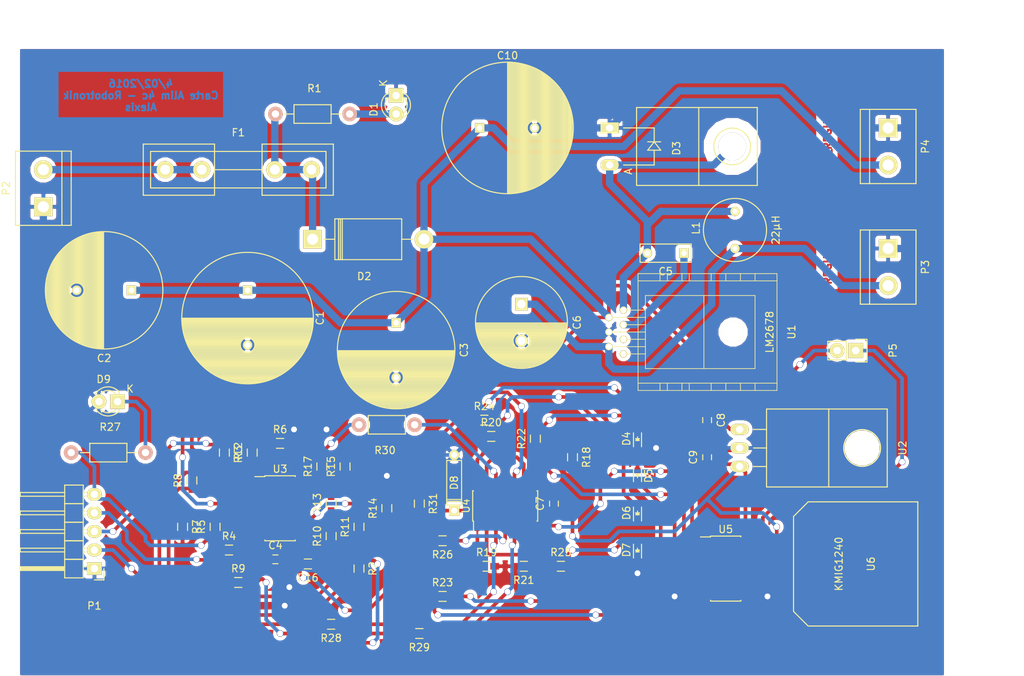
<source format=kicad_pcb>
(kicad_pcb (version 4) (host pcbnew 4.0.1-stable)
  (layers (0 F.Cu signal) (31 B.Cu signal) (34 B.Paste user) (35 F.Paste user) (36 B.SilkS user) (37 F.SilkS user) (38 B.Mask user) (39 F.Mask user) (44 Edge.Cuts user))
  (net 0 "")
  (net 1 GND)
  (net 2 "Net-(C5-Pad1)")
  (net 3 "Net-(C5-Pad2)")
  (net 4 "Net-(C6-Pad1)")
  (net 5 +5V)
  (net 6 "Net-(D1-Pad2)")
  (net 7 "Net-(D2-Pad1)")
  (net 8 "Net-(D4-Pad2)")
  (net 9 "Net-(D5-Pad2)")
  (net 10 "Net-(D6-Pad2)")
  (net 11 "Net-(D7-Pad2)")
  (net 12 /Vref)
  (net 13 "Net-(F1-Pad1)")
  (net 14 "Net-(P1-Pad2)")
  (net 15 "Net-(P1-Pad3)")
  (net 16 "Net-(P1-Pad4)")
  (net 17 "Net-(R2-Pad2)")
  (net 18 "Net-(R3-Pad2)")
  (net 19 "Net-(R4-Pad2)")
  (net 20 "Net-(R5-Pad2)")
  (net 21 "Net-(R10-Pad2)")
  (net 22 "Net-(R11-Pad2)")
  (net 23 "Net-(R12-Pad2)")
  (net 24 "Net-(R13-Pad2)")
  (net 25 "Net-(R16-Pad2)")
  (net 26 "Net-(R17-Pad2)")
  (net 27 "Net-(R18-Pad1)")
  (net 28 "Net-(R19-Pad1)")
  (net 29 "Net-(R20-Pad1)")
  (net 30 "Net-(R21-Pad1)")
  (net 31 "Net-(U1-Pad7)")
  (net 32 "Net-(U1-Pad5)")
  (net 33 "Net-(U5-Pad13)")
  (net 34 "Net-(U5-Pad12)")
  (net 35 "Net-(U5-Pad8)")
  (net 36 /PWR_redressé)
  (net 37 "Net-(P1-Pad5)")
  (net 38 "Net-(P5-Pad2)")
  (net 39 "Net-(P5-Pad1)")
  (net 40 "Net-(R28-Pad2)")
  (net 41 "Net-(R29-Pad2)")
  (net 42 "Net-(R28-Pad1)")
  (net 43 "Net-(R29-Pad1)")
  (net 44 "Net-(R30-Pad1)")
  (net 45 "Net-(R31-Pad1)")
  (net 46 "Net-(D9-Pad1)")
  (module Capacitors_ThroughHole:C_Radial_D18_L36_P7.5 (layer F.Cu) (at 80.01 88.9 270)
    (fp_text reference C1 (at 3.81 -9.906 270) (layer F.SilkS))
    (fp_text value 820µF)
    (pad 1 thru_hole rect (at 0 0 270) (size 1.3 1.3) (drill 0.8) (layers *.Cu *.Mask F.SilkS) (net 36 /PWR_redressé))
    (pad 2 thru_hole circle (at 7.5 0 270) (size 1.3 1.3) (drill 0.8) (layers *.Cu *.Mask F.SilkS) (net 1 GND))
  )
  (module Capacitors_ThroughHole:C_Radial_D16_L25_P7.5 (layer F.Cu) (at 64.135 88.9 180)
    (fp_text reference C2 (at 3.75 -9.3 180) (layer F.SilkS))
    (fp_text value 680µF)
    (pad 1 thru_hole rect (at 0 0 180) (size 1.3 1.3) (drill 0.8) (layers *.Cu *.Mask F.SilkS) (net 36 /PWR_redressé))
    (pad 2 thru_hole circle (at 7.5 0 180) (size 1.3 1.3) (drill 0.8) (layers *.Cu *.Mask F.SilkS) (net 1 GND))
  )
  (module Capacitors_ThroughHole:C_Radial_D16_L25_P7.5 (layer F.Cu) (at 100.33 93.345 270)
    (fp_text reference C3 (at 3.75 -9.3 270) (layer F.SilkS))
    (fp_text value 680µF)
    (pad 1 thru_hole rect (at 0 0 270) (size 1.3 1.3) (drill 0.8) (layers *.Cu *.Mask F.SilkS) (net 36 /PWR_redressé))
    (pad 2 thru_hole circle (at 7.5 0 270) (size 1.3 1.3) (drill 0.8) (layers *.Cu *.Mask F.SilkS) (net 1 GND))
  )
  (module Capacitors_ThroughHole:C_Rect_L7_W2.5_P5 (layer F.Cu) (at 139.7 83.82 180)
    (fp_text reference C5 (at 2.5 -2.5 180) (layer F.SilkS))
    (fp_text value 0.01µF)
    (pad 1 thru_hole rect (at 0 0 180) (size 1.3 1.3) (drill 0.8) (layers *.Cu *.Mask F.SilkS) (net 2 "Net-(C5-Pad1)"))
    (pad 2 thru_hole circle (at 5 0 180) (size 1.3 1.3) (drill 0.8) (layers *.Cu *.Mask F.SilkS) (net 3 "Net-(C5-Pad2)"))
  )
  (module Capacitors_ThroughHole:C_Radial_D12.5_L25_P5 (layer F.Cu) (at 117.475 90.805 270)
    (fp_text reference C6 (at 2.5 -7.6 270) (layer F.SilkS))
    (fp_text value 820µF)
    (pad 2 thru_hole circle (at 5 0 270) (size 1.7 1.7) (drill 1.2) (layers *.Cu *.Mask F.SilkS) (net 1 GND))
    (pad 1 thru_hole rect (at 0 0 270) (size 1.7 1.7) (drill 1.2) (layers *.Cu *.Mask F.SilkS) (net 4 "Net-(C6-Pad1)"))
  )
  (module Capacitors_SMD:C_0603_HandSoldering (layer F.Cu) (at 142.875 106.68 270)
    (fp_text reference C8 (at 0 -1.9 270) (layer F.SilkS))
    (fp_text value 0.33µ)
    (pad 1 smd rect (at -0.95 0 270) (size 1.2 0.75) (layers F.Cu F.Paste F.Mask) (net 36 /PWR_redressé))
    (pad 2 smd rect (at 0.95 0 270) (size 1.2 0.75) (layers F.Cu F.Paste F.Mask) (net 1 GND))
  )
  (module Capacitors_SMD:C_0603_HandSoldering (layer F.Cu) (at 142.875 111.76 90)
    (fp_text reference C9 (at 0 -1.9 90) (layer F.SilkS))
    (fp_text value 0.1µ)
    (pad 1 smd rect (at -0.95 0 90) (size 1.2 0.75) (layers F.Cu F.Paste F.Mask) (net 5 +5V))
    (pad 2 smd rect (at 0.95 0 90) (size 1.2 0.75) (layers F.Cu F.Paste F.Mask) (net 1 GND))
  )
  (module Capacitors_ThroughHole:C_Radial_D18_L36_P7.5 (layer F.Cu) (at 111.76 66.675)
    (fp_text reference C10 (at 3.81 -9.906) (layer F.SilkS))
    (fp_text value 1200µF)
    (pad 1 thru_hole rect (at 0 0) (size 1.3 1.3) (drill 0.8) (layers *.Cu *.Mask F.SilkS) (net 36 /PWR_redressé))
    (pad 2 thru_hole circle (at 7.5 0) (size 1.3 1.3) (drill 0.8) (layers *.Cu *.Mask F.SilkS) (net 1 GND))
  )
  (module LEDs:LED-3MM (layer F.Cu) (at 100.33 62.23 270)
    (fp_text reference D1 (at 1.91 3.06 270) (layer F.SilkS))
    (fp_text value LED)
    (fp_text user K (at -1.69 1.74 270) (layer F.SilkS))
    (pad 1 thru_hole rect (at 0 0) (size 2 2) (drill 1.00076) (layers *.Cu *.Mask F.SilkS) (net 1 GND))
    (pad 2 thru_hole circle (at 2.54 0 270) (size 2 2) (drill 1.00076) (layers *.Cu *.Mask F.SilkS) (net 6 "Net-(D1-Pad2)"))
  )
  (module Diodes_ThroughHole:Diode_DO-201AD_Horizontal_RM15 (layer F.Cu) (at 88.9 81.915)
    (fp_text reference D2 (at 7.06722 5.07704) (layer F.SilkS))
    (fp_text value 1N5404)
    (pad 2 thru_hole circle (at 15.24122 -0.00296 180) (size 2.54 2.54) (drill 1.50114) (layers *.Cu *.Mask F.SilkS) (net 36 /PWR_redressé))
    (pad 1 thru_hole rect (at 0.00122 -0.00296 180) (size 2.54 2.54) (drill 1.50114) (layers *.Cu *.Mask F.SilkS) (net 7 "Net-(D2-Pad1)"))
  )
  (module Diodes_ThroughHole:Diode_TO-220_Horizontal (layer F.Cu) (at 129.54 66.675 270)
    (fp_text reference D3 (at 2.79146 -9.144 270) (layer F.SilkS))
    (fp_text value DIODESCH)
    (fp_text user A (at 5.96646 -2.54 270) (layer F.SilkS))
    (pad 1 thru_hole rect (at -0.00254 0) (size 2.49936 1.50114) (drill 1.00076) (layers *.Cu *.Mask F.SilkS) (net 1 GND))
    (pad 2 thru_hole oval (at 5.07746 0) (size 2.49936 1.50114) (drill 1.00076) (layers *.Cu *.Mask F.SilkS) (net 3 "Net-(C5-Pad2)"))
    (pad 2 thru_hole circle (at 2.53746 -16.764) (size 3.79984 3.79984) (drill 3.79984) (layers *.Cu *.Mask F.SilkS) (net 3 "Net-(C5-Pad2)") (clearance 2))
  )
  (module LEDs:LED_0603 (layer F.Cu) (at 133.35 109.22 90)
    (fp_text reference D4 (at 0 -1.5 90) (layer F.SilkS))
    (fp_text value LED)
    (pad 2 smd rect (at 0.7493 0 270) (size 0.79756 0.79756) (layers F.Cu F.Paste F.Mask) (net 8 "Net-(D4-Pad2)"))
    (pad 1 smd rect (at -0.7493 0 270) (size 0.79756 0.79756) (layers F.Cu F.Paste F.Mask) (net 1 GND))
  )
  (module LEDs:LED_0603 (layer F.Cu) (at 133.35 114.3 270)
    (fp_text reference D5 (at 0 -1.5 270) (layer F.SilkS))
    (fp_text value LED)
    (pad 2 smd rect (at 0.7493 0 90) (size 0.79756 0.79756) (layers F.Cu F.Paste F.Mask) (net 9 "Net-(D5-Pad2)"))
    (pad 1 smd rect (at -0.7493 0 90) (size 0.79756 0.79756) (layers F.Cu F.Paste F.Mask) (net 1 GND))
  )
  (module LEDs:LED_0603 (layer F.Cu) (at 133.35 119.38 90)
    (fp_text reference D6 (at 0 -1.5 90) (layer F.SilkS))
    (fp_text value LED)
    (pad 2 smd rect (at 0.7493 0 270) (size 0.79756 0.79756) (layers F.Cu F.Paste F.Mask) (net 10 "Net-(D6-Pad2)"))
    (pad 1 smd rect (at -0.7493 0 270) (size 0.79756 0.79756) (layers F.Cu F.Paste F.Mask) (net 1 GND))
  )
  (module LEDs:LED_0603 (layer F.Cu) (at 133.35 124.46 90)
    (fp_text reference D7 (at 0 -1.5 90) (layer F.SilkS))
    (fp_text value LED)
    (pad 2 smd rect (at 0.7493 0 270) (size 0.79756 0.79756) (layers F.Cu F.Paste F.Mask) (net 11 "Net-(D7-Pad2)"))
    (pad 1 smd rect (at -0.7493 0 270) (size 0.79756 0.79756) (layers F.Cu F.Paste F.Mask) (net 1 GND))
  )
  (module Discret:D3 (layer F.Cu) (at 108.2675 115.2525 270)
    (fp_text reference D8 (at 0 0 270) (layer F.SilkS))
    (fp_text value 1N746A)
    (pad 1 thru_hole rect (at 3.81 0 270) (size 1.397 1.397) (drill 0.8128) (layers *.Cu *.Mask F.SilkS) (net 12 /Vref))
    (pad 2 thru_hole circle (at -3.81 0 270) (size 1.397 1.397) (drill 0.8128) (layers *.Cu *.Mask F.SilkS) (net 1 GND))
  )
  (module Fuse_Holders_and_Fuses:Fuseholder5x20_horiz_open_inline_Type-I (layer F.Cu) (at 78.74 72.39)
    (fp_text reference F1 (at 0 -5.08) (layer F.SilkS))
    (fp_text value "F8AL250/SCHURTER  0031.8201")
    (pad 2 thru_hole circle (at 5.00126 0) (size 2.3495 2.3495) (drill 1.34874) (layers *.Cu *.Mask F.SilkS) (net 7 "Net-(D2-Pad1)"))
    (pad 2 thru_hole circle (at 9.99998 0) (size 2.3495 2.3495) (drill 1.34874) (layers *.Cu *.Mask F.SilkS) (net 7 "Net-(D2-Pad1)"))
    (pad 1 thru_hole circle (at -5.00126 0) (size 2.3495 2.3495) (drill 1.34874) (layers *.Cu *.Mask F.SilkS) (net 13 "Net-(F1-Pad1)"))
    (pad 1 thru_hole circle (at -9.99998 0) (size 2.3495 2.3495) (drill 1.34874) (layers *.Cu *.Mask F.SilkS) (net 13 "Net-(F1-Pad1)"))
  )
  (module coil:Coil_Trough_Hole (layer F.Cu) (at 146.685 80.645 90)
    (fp_text reference L1 (at 0.254 -5.334 90) (layer F.SilkS))
    (fp_text value 22µH (at 0 5.588 90) (layer F.SilkS))
    (pad 1 thru_hole circle (at 2.54 0 90) (size 1.27 1.27) (drill 0.7) (layers *.Cu *.Mask F.SilkS) (net 3 "Net-(C5-Pad2)"))
    (pad 2 thru_hole circle (at -2.54 0 90) (size 1.27 1.27) (drill 0.7) (layers *.Cu *.Mask F.SilkS) (net 4 "Net-(C6-Pad1)"))
  )
  (module Pin_Headers:Pin_Header_Angled_1x05 (layer F.Cu) (at 59.055 127 180)
    (fp_text reference P1 (at 0 -5.1 180) (layer F.SilkS))
    (fp_text value CONN_01X05)
    (pad 1 thru_hole rect (at 0 0 180) (size 2.032 1.7272) (drill 1.016) (layers *.Cu *.Mask F.SilkS) (net 1 GND))
    (pad 2 thru_hole oval (at 0 2.54 180) (size 2.032 1.7272) (drill 1.016) (layers *.Cu *.Mask F.SilkS) (net 14 "Net-(P1-Pad2)"))
    (pad 3 thru_hole oval (at 0 5.08 180) (size 2.032 1.7272) (drill 1.016) (layers *.Cu *.Mask F.SilkS) (net 15 "Net-(P1-Pad3)"))
    (pad 4 thru_hole oval (at 0 7.62 180) (size 2.032 1.7272) (drill 1.016) (layers *.Cu *.Mask F.SilkS) (net 16 "Net-(P1-Pad4)"))
    (pad 5 thru_hole oval (at 0 10.16 180) (size 2.032 1.7272) (drill 1.016) (layers *.Cu *.Mask F.SilkS) (net 37 "Net-(P1-Pad5)"))
  )
  (module Connect:bornier2 (layer F.Cu) (at 52.07 74.93 90)
    (fp_text reference P2 (at 0 -5.08 90) (layer F.SilkS))
    (fp_text value CONN_01X02)
    (pad 1 thru_hole rect (at -2.54 0 90) (size 2.54 2.54) (drill 1.524) (layers *.Cu *.Mask F.SilkS) (net 1 GND))
    (pad 2 thru_hole circle (at 2.54 0 90) (size 2.54 2.54) (drill 1.524) (layers *.Cu *.Mask F.SilkS) (net 13 "Net-(F1-Pad1)"))
  )
  (module Connect:bornier2 (layer F.Cu) (at 167.64 85.725 270)
    (fp_text reference P3 (at 0 -5.08 270) (layer F.SilkS))
    (fp_text value CONN_01X02)
    (pad 1 thru_hole rect (at -2.54 0 270) (size 2.54 2.54) (drill 1.524) (layers *.Cu *.Mask F.SilkS) (net 1 GND))
    (pad 2 thru_hole circle (at 2.54 0 270) (size 2.54 2.54) (drill 1.524) (layers *.Cu *.Mask F.SilkS) (net 4 "Net-(C6-Pad1)"))
  )
  (module Connect:bornier2 (layer F.Cu) (at 167.64 69.215 270)
    (fp_text reference P4 (at 0 -5.08 270) (layer F.SilkS))
    (fp_text value CONN_01X02)
    (pad 1 thru_hole rect (at -2.54 0 270) (size 2.54 2.54) (drill 1.524) (layers *.Cu *.Mask F.SilkS) (net 1 GND))
    (pad 2 thru_hole circle (at 2.54 0 270) (size 2.54 2.54) (drill 1.524) (layers *.Cu *.Mask F.SilkS) (net 36 /PWR_redressé))
  )
  (module Resistors_ThroughHole:Resistor_Horizontal_RM10mm (layer F.Cu) (at 88.9 64.77)
    (fp_text reference R1 (at 0.24892 -3.50012) (layer F.SilkS))
    (fp_text value 680)
    (pad 1 thru_hole circle (at -5.08 0) (size 1.99898 1.99898) (drill 1.00076) (layers *.Cu *.SilkS *.Mask) (net 7 "Net-(D2-Pad1)"))
    (pad 2 thru_hole circle (at 5.08 0) (size 1.99898 1.99898) (drill 1.00076) (layers *.Cu *.SilkS *.Mask) (net 6 "Net-(D1-Pad2)"))
  )
  (module Resistors_SMD:R_0603_HandSoldering (layer F.Cu) (at 95.25 127 270)
    (fp_text reference R2 (at 0 -1.9 270) (layer F.SilkS))
    (fp_text value R)
    (pad 1 smd rect (at -1.1 0 270) (size 1.2 0.9) (layers F.Cu F.Paste F.Mask) (net 14 "Net-(P1-Pad2)"))
    (pad 2 smd rect (at 1.1 0 270) (size 1.2 0.9) (layers F.Cu F.Paste F.Mask) (net 17 "Net-(R2-Pad2)"))
  )
  (module Resistors_SMD:R_0603_HandSoldering (layer F.Cu) (at 80.645 111.125 90)
    (fp_text reference R3 (at 0 -1.9 90) (layer F.SilkS))
    (fp_text value R)
    (pad 1 smd rect (at -1.1 0 90) (size 1.2 0.9) (layers F.Cu F.Paste F.Mask) (net 15 "Net-(P1-Pad3)"))
    (pad 2 smd rect (at 1.1 0 90) (size 1.2 0.9) (layers F.Cu F.Paste F.Mask) (net 18 "Net-(R3-Pad2)"))
  )
  (module Resistors_SMD:R_0603_HandSoldering (layer F.Cu) (at 77.47 124.46)
    (fp_text reference R4 (at 0 -1.9) (layer F.SilkS))
    (fp_text value R)
    (pad 1 smd rect (at -1.1 0) (size 1.2 0.9) (layers F.Cu F.Paste F.Mask) (net 16 "Net-(P1-Pad4)"))
    (pad 2 smd rect (at 1.1 0) (size 1.2 0.9) (layers F.Cu F.Paste F.Mask) (net 19 "Net-(R4-Pad2)"))
  )
  (module Resistors_SMD:R_0603_HandSoldering (layer F.Cu) (at 75.565 121.285 90)
    (fp_text reference R5 (at 0 -1.9 90) (layer F.SilkS))
    (fp_text value R)
    (pad 1 smd rect (at -1.1 0 90) (size 1.2 0.9) (layers F.Cu F.Paste F.Mask) (net 37 "Net-(P1-Pad5)"))
    (pad 2 smd rect (at 1.1 0 90) (size 1.2 0.9) (layers F.Cu F.Paste F.Mask) (net 20 "Net-(R5-Pad2)"))
  )
  (module Resistors_SMD:R_0603_HandSoldering (layer F.Cu) (at 84.455 109.855)
    (fp_text reference R6 (at 0 -1.9) (layer F.SilkS))
    (fp_text value R)
    (pad 1 smd rect (at -1.1 0) (size 1.2 0.9) (layers F.Cu F.Paste F.Mask) (net 18 "Net-(R3-Pad2)"))
    (pad 2 smd rect (at 1.1 0) (size 1.2 0.9) (layers F.Cu F.Paste F.Mask) (net 1 GND))
  )
  (module Resistors_SMD:R_0603_HandSoldering (layer F.Cu) (at 71.12 121.285 270)
    (fp_text reference R7 (at 0 -1.9 270) (layer F.SilkS))
    (fp_text value R)
    (pad 1 smd rect (at -1.1 0 270) (size 1.2 0.9) (layers F.Cu F.Paste F.Mask) (net 20 "Net-(R5-Pad2)"))
    (pad 2 smd rect (at 1.1 0 270) (size 1.2 0.9) (layers F.Cu F.Paste F.Mask) (net 1 GND))
  )
  (module Resistors_SMD:R_0603_HandSoldering (layer F.Cu) (at 72.39 114.935 90)
    (fp_text reference R8 (at 0 -1.9 90) (layer F.SilkS))
    (fp_text value R)
    (pad 1 smd rect (at -1.1 0 90) (size 1.2 0.9) (layers F.Cu F.Paste F.Mask) (net 17 "Net-(R2-Pad2)"))
    (pad 2 smd rect (at 1.1 0 90) (size 1.2 0.9) (layers F.Cu F.Paste F.Mask) (net 40 "Net-(R28-Pad2)"))
  )
  (module Resistors_SMD:R_0603_HandSoldering (layer F.Cu) (at 78.74 128.905)
    (fp_text reference R9 (at 0 -1.9) (layer F.SilkS))
    (fp_text value R)
    (pad 1 smd rect (at -1.1 0) (size 1.2 0.9) (layers F.Cu F.Paste F.Mask) (net 19 "Net-(R4-Pad2)"))
    (pad 2 smd rect (at 1.1 0) (size 1.2 0.9) (layers F.Cu F.Paste F.Mask) (net 41 "Net-(R29-Pad2)"))
  )
  (module Resistors_SMD:R_0603_HandSoldering (layer F.Cu) (at 91.44 122.555 90)
    (fp_text reference R10 (at 0 -1.9 90) (layer F.SilkS))
    (fp_text value R)
    (pad 1 smd rect (at -1.1 0 90) (size 1.2 0.9) (layers F.Cu F.Paste F.Mask) (net 1 GND))
    (pad 2 smd rect (at 1.1 0 90) (size 1.2 0.9) (layers F.Cu F.Paste F.Mask) (net 21 "Net-(R10-Pad2)"))
  )
  (module Resistors_SMD:R_0603_HandSoldering (layer F.Cu) (at 95.25 121.285 90)
    (fp_text reference R11 (at 0 -1.9 90) (layer F.SilkS))
    (fp_text value R)
    (pad 1 smd rect (at -1.1 0 90) (size 1.2 0.9) (layers F.Cu F.Paste F.Mask) (net 14 "Net-(P1-Pad2)"))
    (pad 2 smd rect (at 1.1 0 90) (size 1.2 0.9) (layers F.Cu F.Paste F.Mask) (net 22 "Net-(R11-Pad2)"))
  )
  (module Resistors_SMD:R_0603_HandSoldering (layer F.Cu) (at 76.835 111.125 270)
    (fp_text reference R12 (at 0 -1.9 270) (layer F.SilkS))
    (fp_text value R)
    (pad 1 smd rect (at -1.1 0 270) (size 1.2 0.9) (layers F.Cu F.Paste F.Mask) (net 15 "Net-(P1-Pad3)"))
    (pad 2 smd rect (at 1.1 0 270) (size 1.2 0.9) (layers F.Cu F.Paste F.Mask) (net 23 "Net-(R12-Pad2)"))
  )
  (module Resistors_SMD:R_0603_HandSoldering (layer F.Cu) (at 91.44 118.11 90)
    (fp_text reference R13 (at 0 -1.9 90) (layer F.SilkS))
    (fp_text value R)
    (pad 1 smd rect (at -1.1 0 90) (size 1.2 0.9) (layers F.Cu F.Paste F.Mask) (net 16 "Net-(P1-Pad4)"))
    (pad 2 smd rect (at 1.1 0 90) (size 1.2 0.9) (layers F.Cu F.Paste F.Mask) (net 24 "Net-(R13-Pad2)"))
  )
  (module Resistors_SMD:R_0603_HandSoldering (layer F.Cu) (at 99.06 118.745 90)
    (fp_text reference R14 (at 0 -1.9 90) (layer F.SilkS))
    (fp_text value R)
    (pad 1 smd rect (at -1.1 0 90) (size 1.2 0.9) (layers F.Cu F.Paste F.Mask) (net 22 "Net-(R11-Pad2)"))
    (pad 2 smd rect (at 1.1 0 90) (size 1.2 0.9) (layers F.Cu F.Paste F.Mask) (net 1 GND))
  )
  (module Resistors_SMD:R_0603_HandSoldering (layer F.Cu) (at 93.345 113.03 90)
    (fp_text reference R15 (at 0 -1.9 90) (layer F.SilkS))
    (fp_text value R)
    (pad 1 smd rect (at -1.1 0 90) (size 1.2 0.9) (layers F.Cu F.Paste F.Mask) (net 24 "Net-(R13-Pad2)"))
    (pad 2 smd rect (at 1.1 0 90) (size 1.2 0.9) (layers F.Cu F.Paste F.Mask) (net 1 GND))
  )
  (module Resistors_SMD:R_0603_HandSoldering (layer F.Cu) (at 88.265 126.365 180)
    (fp_text reference R16 (at 0 -1.9 180) (layer F.SilkS))
    (fp_text value R)
    (pad 1 smd rect (at -1.1 0 180) (size 1.2 0.9) (layers F.Cu F.Paste F.Mask) (net 21 "Net-(R10-Pad2)"))
    (pad 2 smd rect (at 1.1 0 180) (size 1.2 0.9) (layers F.Cu F.Paste F.Mask) (net 25 "Net-(R16-Pad2)"))
  )
  (module Resistors_SMD:R_0603_HandSoldering (layer F.Cu) (at 90.17 113.03 90)
    (fp_text reference R17 (at 0 -1.9 90) (layer F.SilkS))
    (fp_text value R)
    (pad 1 smd rect (at -1.1 0 90) (size 1.2 0.9) (layers F.Cu F.Paste F.Mask) (net 23 "Net-(R12-Pad2)"))
    (pad 2 smd rect (at 1.1 0 90) (size 1.2 0.9) (layers F.Cu F.Paste F.Mask) (net 26 "Net-(R17-Pad2)"))
  )
  (module Resistors_SMD:R_0603_HandSoldering (layer F.Cu) (at 124.46 111.76 270)
    (fp_text reference R18 (at 0 -1.9 270) (layer F.SilkS))
    (fp_text value 15k)
    (pad 1 smd rect (at -1.1 0 270) (size 1.2 0.9) (layers F.Cu F.Paste F.Mask) (net 27 "Net-(R18-Pad1)"))
    (pad 2 smd rect (at 1.1 0 270) (size 1.2 0.9) (layers F.Cu F.Paste F.Mask) (net 1 GND))
  )
  (module Resistors_SMD:R_0603_HandSoldering (layer F.Cu) (at 112.7125 126.6825)
    (fp_text reference R19 (at 0 -1.9) (layer F.SilkS))
    (fp_text value 15k)
    (pad 1 smd rect (at -1.1 0) (size 1.2 0.9) (layers F.Cu F.Paste F.Mask) (net 28 "Net-(R19-Pad1)"))
    (pad 2 smd rect (at 1.1 0) (size 1.2 0.9) (layers F.Cu F.Paste F.Mask) (net 1 GND))
  )
  (module Resistors_SMD:R_0603_HandSoldering (layer F.Cu) (at 113.3475 108.9025)
    (fp_text reference R20 (at 0 -1.9) (layer F.SilkS))
    (fp_text value 15k)
    (pad 1 smd rect (at -1.1 0) (size 1.2 0.9) (layers F.Cu F.Paste F.Mask) (net 29 "Net-(R20-Pad1)"))
    (pad 2 smd rect (at 1.1 0) (size 1.2 0.9) (layers F.Cu F.Paste F.Mask) (net 1 GND))
  )
  (module Resistors_SMD:R_0603_HandSoldering (layer F.Cu) (at 117.7925 126.6825 180)
    (fp_text reference R21 (at 0 -1.9 180) (layer F.SilkS))
    (fp_text value 15k)
    (pad 1 smd rect (at -1.1 0 180) (size 1.2 0.9) (layers F.Cu F.Paste F.Mask) (net 30 "Net-(R21-Pad1)"))
    (pad 2 smd rect (at 1.1 0 180) (size 1.2 0.9) (layers F.Cu F.Paste F.Mask) (net 1 GND))
  )
  (module Resistors_SMD:R_0603_HandSoldering (layer F.Cu) (at 119.38 109.22 90)
    (fp_text reference R22 (at 0 -1.9 90) (layer F.SilkS))
    (fp_text value 150)
    (pad 1 smd rect (at -1.1 0 90) (size 1.2 0.9) (layers F.Cu F.Paste F.Mask) (net 27 "Net-(R18-Pad1)"))
    (pad 2 smd rect (at 1.1 0 90) (size 1.2 0.9) (layers F.Cu F.Paste F.Mask) (net 8 "Net-(D4-Pad2)"))
  )
  (module Resistors_SMD:R_0603_HandSoldering (layer F.Cu) (at 106.68 130.81)
    (fp_text reference R23 (at 0 -1.9) (layer F.SilkS))
    (fp_text value 150)
    (pad 1 smd rect (at -1.1 0) (size 1.2 0.9) (layers F.Cu F.Paste F.Mask) (net 28 "Net-(R19-Pad1)"))
    (pad 2 smd rect (at 1.1 0) (size 1.2 0.9) (layers F.Cu F.Paste F.Mask) (net 9 "Net-(D5-Pad2)"))
  )
  (module Resistors_SMD:R_0603_HandSoldering (layer F.Cu) (at 112.395 106.68)
    (fp_text reference R24 (at 0 -1.9) (layer F.SilkS))
    (fp_text value 150)
    (pad 1 smd rect (at -1.1 0) (size 1.2 0.9) (layers F.Cu F.Paste F.Mask) (net 29 "Net-(R20-Pad1)"))
    (pad 2 smd rect (at 1.1 0) (size 1.2 0.9) (layers F.Cu F.Paste F.Mask) (net 10 "Net-(D6-Pad2)"))
  )
  (module Resistors_SMD:R_0603_HandSoldering (layer F.Cu) (at 122.8725 126.6825)
    (fp_text reference R25 (at 0 -1.9) (layer F.SilkS))
    (fp_text value 150)
    (pad 1 smd rect (at -1.1 0) (size 1.2 0.9) (layers F.Cu F.Paste F.Mask) (net 30 "Net-(R21-Pad1)"))
    (pad 2 smd rect (at 1.1 0) (size 1.2 0.9) (layers F.Cu F.Paste F.Mask) (net 11 "Net-(D7-Pad2)"))
  )
  (module Resistors_SMD:R_0603_HandSoldering (layer F.Cu) (at 106.68 123.19 180)
    (fp_text reference R26 (at 0 -1.9 180) (layer F.SilkS))
    (fp_text value 82)
    (pad 1 smd rect (at -1.1 0 180) (size 1.2 0.9) (layers F.Cu F.Paste F.Mask) (net 5 +5V))
    (pad 2 smd rect (at 1.1 0 180) (size 1.2 0.9) (layers F.Cu F.Paste F.Mask) (net 12 /Vref))
  )
  (module w_to:to220-7-horiz_5772 (layer F.Cu) (at 138.43 94.615 270)
    (fp_text reference U1 (at 0 -16 270) (layer F.SilkS))
    (fp_text value LM2678 (at 0 -13 270) (layer F.SilkS))
    (pad 7 thru_hole circle (at 3 7 270) (size 1 1) (drill 0.762) (layers *.Cu *.Mask F.SilkS) (net 31 "Net-(U1-Pad7)"))
    (pad 6 thru_hole circle (at 2 9 270) (size 1 1) (drill 0.762) (layers *.Cu *.Mask F.SilkS) (net 4 "Net-(C6-Pad1)"))
    (pad "" np_thru_hole circle (at 0 -8 270) (size 3 3) (drill 3) (layers *.Cu *.Mask F.SilkS))
    (pad 5 thru_hole circle (at 1 7 270) (size 1 1) (drill 0.762) (layers *.Cu *.Mask F.SilkS) (net 32 "Net-(U1-Pad5)"))
    (pad 4 thru_hole circle (at 0 9 270) (size 1 1) (drill 0.762) (layers *.Cu *.Mask F.SilkS) (net 1 GND))
    (pad 3 thru_hole circle (at -1 7 270) (size 1 1) (drill 0.762) (layers *.Cu *.Mask F.SilkS) (net 2 "Net-(C5-Pad1)"))
    (pad 2 thru_hole circle (at -2 9 270) (size 1 1) (drill 0.762) (layers *.Cu *.Mask F.SilkS) (net 36 /PWR_redressé))
    (pad 1 thru_hole circle (at -3 7 270) (size 1 1) (drill 0.762) (layers *.Cu *.Mask F.SilkS) (net 3 "Net-(C5-Pad2)"))
  )
  (module TO_SOT_Packages_THT:TO-220_Neutral123_Horizontal (layer F.Cu) (at 147.32 110.49 270)
    (fp_text reference U2 (at 0 -22.3012 270) (layer F.SilkS))
    (fp_text value 7805_correctPin)
    (pad 2 thru_hole oval (at 0 0) (size 2.49936 1.50114) (drill 1.00076) (layers *.Cu *.Mask F.SilkS) (net 1 GND))
    (pad 1 thru_hole oval (at -2.54 0) (size 2.49936 1.50114) (drill 1.00076) (layers *.Cu *.Mask F.SilkS) (net 36 /PWR_redressé))
    (pad 3 thru_hole oval (at 2.54 0) (size 2.49936 1.50114) (drill 1.00076) (layers *.Cu *.Mask F.SilkS) (net 5 +5V))
    (pad "" np_thru_hole circle (at 0 -16.764) (size 3.79984 3.79984) (drill 3.79984) (layers *.Cu *.Mask F.SilkS))
  )
  (module Housings_SOIC:SOIC-14_3.9x8.7mm_Pitch1.27mm (layer F.Cu) (at 84.455 118.745)
    (fp_text reference U3 (at 0 -5.375) (layer F.SilkS))
    (fp_text value TLC274)
    (pad 1 smd rect (at -2.7 -3.81) (size 1.5 0.6) (layers F.Cu F.Paste F.Mask) (net 40 "Net-(R28-Pad2)"))
    (pad 2 smd rect (at -2.7 -2.54) (size 1.5 0.6) (layers F.Cu F.Paste F.Mask) (net 17 "Net-(R2-Pad2)"))
    (pad 3 smd rect (at -2.7 -1.27) (size 1.5 0.6) (layers F.Cu F.Paste F.Mask) (net 18 "Net-(R3-Pad2)"))
    (pad 4 smd rect (at -2.7 0) (size 1.5 0.6) (layers F.Cu F.Paste F.Mask) (net 36 /PWR_redressé))
    (pad 5 smd rect (at -2.7 1.27) (size 1.5 0.6) (layers F.Cu F.Paste F.Mask) (net 20 "Net-(R5-Pad2)"))
    (pad 6 smd rect (at -2.7 2.54) (size 1.5 0.6) (layers F.Cu F.Paste F.Mask) (net 19 "Net-(R4-Pad2)"))
    (pad 7 smd rect (at -2.7 3.81) (size 1.5 0.6) (layers F.Cu F.Paste F.Mask) (net 41 "Net-(R29-Pad2)"))
    (pad 8 smd rect (at 2.7 3.81) (size 1.5 0.6) (layers F.Cu F.Paste F.Mask) (net 25 "Net-(R16-Pad2)"))
    (pad 9 smd rect (at 2.7 2.54) (size 1.5 0.6) (layers F.Cu F.Paste F.Mask) (net 21 "Net-(R10-Pad2)"))
    (pad 10 smd rect (at 2.7 1.27) (size 1.5 0.6) (layers F.Cu F.Paste F.Mask) (net 22 "Net-(R11-Pad2)"))
    (pad 11 smd rect (at 2.7 0) (size 1.5 0.6) (layers F.Cu F.Paste F.Mask) (net 1 GND))
    (pad 12 smd rect (at 2.7 -1.27) (size 1.5 0.6) (layers F.Cu F.Paste F.Mask) (net 24 "Net-(R13-Pad2)"))
    (pad 13 smd rect (at 2.7 -2.54) (size 1.5 0.6) (layers F.Cu F.Paste F.Mask) (net 23 "Net-(R12-Pad2)"))
    (pad 14 smd rect (at 2.7 -3.81) (size 1.5 0.6) (layers F.Cu F.Paste F.Mask) (net 26 "Net-(R17-Pad2)"))
  )
  (module Housings_SOIC:SOIC-14_3.9x8.7mm_Pitch1.27mm (layer F.Cu) (at 115.2525 118.4275 90)
    (fp_text reference U4 (at 0 -5.375 90) (layer F.SilkS))
    (fp_text value TLC274)
    (pad 1 smd rect (at -2.7 -3.81 90) (size 1.5 0.6) (layers F.Cu F.Paste F.Mask) (net 28 "Net-(R19-Pad1)"))
    (pad 2 smd rect (at -2.7 -2.54 90) (size 1.5 0.6) (layers F.Cu F.Paste F.Mask) (net 12 /Vref))
    (pad 3 smd rect (at -2.7 -1.27 90) (size 1.5 0.6) (layers F.Cu F.Paste F.Mask) (net 42 "Net-(R28-Pad1)"))
    (pad 4 smd rect (at -2.7 0 90) (size 1.5 0.6) (layers F.Cu F.Paste F.Mask) (net 5 +5V))
    (pad 5 smd rect (at -2.7 1.27 90) (size 1.5 0.6) (layers F.Cu F.Paste F.Mask) (net 43 "Net-(R29-Pad1)"))
    (pad 6 smd rect (at -2.7 2.54 90) (size 1.5 0.6) (layers F.Cu F.Paste F.Mask) (net 12 /Vref))
    (pad 7 smd rect (at -2.7 3.81 90) (size 1.5 0.6) (layers F.Cu F.Paste F.Mask) (net 30 "Net-(R21-Pad1)"))
    (pad 8 smd rect (at 2.7 3.81 90) (size 1.5 0.6) (layers F.Cu F.Paste F.Mask) (net 27 "Net-(R18-Pad1)"))
    (pad 9 smd rect (at 2.7 2.54 90) (size 1.5 0.6) (layers F.Cu F.Paste F.Mask) (net 12 /Vref))
    (pad 10 smd rect (at 2.7 1.27 90) (size 1.5 0.6) (layers F.Cu F.Paste F.Mask) (net 45 "Net-(R31-Pad1)"))
    (pad 11 smd rect (at 2.7 0 90) (size 1.5 0.6) (layers F.Cu F.Paste F.Mask) (net 1 GND))
    (pad 12 smd rect (at 2.7 -1.27 90) (size 1.5 0.6) (layers F.Cu F.Paste F.Mask) (net 44 "Net-(R30-Pad1)"))
    (pad 13 smd rect (at 2.7 -2.54 90) (size 1.5 0.6) (layers F.Cu F.Paste F.Mask) (net 12 /Vref))
    (pad 14 smd rect (at 2.7 -3.81 90) (size 1.5 0.6) (layers F.Cu F.Paste F.Mask) (net 29 "Net-(R20-Pad1)"))
  )
  (module Housings_SOIC:SOIC-14_3.9x8.7mm_Pitch1.27mm (layer F.Cu) (at 145.415 127)
    (fp_text reference U5 (at 0 -5.375) (layer F.SilkS))
    (fp_text value 74LS08)
    (pad 1 smd rect (at -2.7 -3.81) (size 1.5 0.6) (layers F.Cu F.Paste F.Mask) (net 29 "Net-(R20-Pad1)"))
    (pad 2 smd rect (at -2.7 -2.54) (size 1.5 0.6) (layers F.Cu F.Paste F.Mask) (net 30 "Net-(R21-Pad1)"))
    (pad 3 smd rect (at -2.7 -1.27) (size 1.5 0.6) (layers F.Cu F.Paste F.Mask) (net 33 "Net-(U5-Pad13)"))
    (pad 4 smd rect (at -2.7 0) (size 1.5 0.6) (layers F.Cu F.Paste F.Mask) (net 27 "Net-(R18-Pad1)"))
    (pad 5 smd rect (at -2.7 1.27) (size 1.5 0.6) (layers F.Cu F.Paste F.Mask) (net 28 "Net-(R19-Pad1)"))
    (pad 6 smd rect (at -2.7 2.54) (size 1.5 0.6) (layers F.Cu F.Paste F.Mask) (net 34 "Net-(U5-Pad12)"))
    (pad 7 smd rect (at -2.7 3.81) (size 1.5 0.6) (layers F.Cu F.Paste F.Mask) (net 1 GND))
    (pad 8 smd rect (at 2.7 3.81) (size 1.5 0.6) (layers F.Cu F.Paste F.Mask) (net 35 "Net-(U5-Pad8)"))
    (pad 9 smd rect (at 2.7 2.54) (size 1.5 0.6) (layers F.Cu F.Paste F.Mask) (net 1 GND))
    (pad 10 smd rect (at 2.7 1.27) (size 1.5 0.6) (layers F.Cu F.Paste F.Mask) (net 1 GND))
    (pad 11 smd rect (at 2.7 0) (size 1.5 0.6) (layers F.Cu F.Paste F.Mask) (net 38 "Net-(P5-Pad2)"))
    (pad 12 smd rect (at 2.7 -1.27) (size 1.5 0.6) (layers F.Cu F.Paste F.Mask) (net 34 "Net-(U5-Pad12)"))
    (pad 13 smd rect (at 2.7 -2.54) (size 1.5 0.6) (layers F.Cu F.Paste F.Mask) (net 33 "Net-(U5-Pad13)"))
    (pad 14 smd rect (at 2.7 -3.81) (size 1.5 0.6) (layers F.Cu F.Paste F.Mask) (net 5 +5V))
  )
  (module buzz:kmig1240 (layer F.Cu) (at 163.195 126.365 90)
    (fp_text reference U6 (at 0 2.1 90) (layer F.SilkS))
    (fp_text value KMIG1240 (at 0 -2.3 90) (layer F.SilkS))
    (pad 1 smd rect (at 0 -7.5 90) (size 2 5) (layers F.Cu F.Paste F.Mask) (net 5 +5V))
    (pad 2 smd rect (at 0 7.5 90) (size 2 5) (layers F.Cu F.Paste F.Mask) (net 39 "Net-(P5-Pad1)"))
  )
  (module LEDs:LED-3MM (layer F.Cu) (at 62.23 104.14 180)
    (fp_text reference D9 (at 1.91 3.06 180) (layer F.SilkS))
    (fp_text value LED)
    (fp_text user K (at -1.69 1.74 180) (layer F.SilkS))
    (pad 1 thru_hole rect (at 0 0 270) (size 2 2) (drill 1.00076) (layers *.Cu *.Mask F.SilkS) (net 46 "Net-(D9-Pad1)"))
    (pad 2 thru_hole circle (at 2.54 0 180) (size 2 2) (drill 1.00076) (layers *.Cu *.Mask F.SilkS) (net 1 GND))
  )
  (module Resistors_ThroughHole:Resistor_Horizontal_RM10mm (layer F.Cu) (at 60.96 111.125)
    (fp_text reference R27 (at 0.24892 -3.50012) (layer F.SilkS))
    (fp_text value 820)
    (pad 1 thru_hole circle (at -5.08 0) (size 1.99898 1.99898) (drill 1.00076) (layers *.Cu *.SilkS *.Mask) (net 37 "Net-(P1-Pad5)"))
    (pad 2 thru_hole circle (at 5.08 0) (size 1.99898 1.99898) (drill 1.00076) (layers *.Cu *.SilkS *.Mask) (net 46 "Net-(D9-Pad1)"))
  )
  (module Pin_Headers:Pin_Header_Straight_1x02 (layer F.Cu) (at 163.195 97.155 270)
    (fp_text reference P5 (at 0 -5.1 270) (layer F.SilkS))
    (fp_text value CONN_01X02)
    (pad 1 thru_hole rect (at 0 0 270) (size 2.032 2.032) (drill 1.016) (layers *.Cu *.Mask F.SilkS) (net 39 "Net-(P5-Pad1)"))
    (pad 2 thru_hole oval (at 0 2.54 270) (size 2.032 2.032) (drill 1.016) (layers *.Cu *.Mask F.SilkS) (net 38 "Net-(P5-Pad2)"))
  )
  (module Capacitors_SMD:C_0603_HandSoldering (layer F.Cu) (at 83.82 125.73)
    (fp_text reference C4 (at 0 -1.9) (layer F.SilkS))
    (fp_text value 100n)
    (pad 1 smd rect (at -0.95 0) (size 1.2 0.75) (layers F.Cu F.Paste F.Mask) (net 36 /PWR_redressé))
    (pad 2 smd rect (at 0.95 0) (size 1.2 0.75) (layers F.Cu F.Paste F.Mask) (net 1 GND))
  )
  (module Capacitors_SMD:C_0603_HandSoldering (layer F.Cu) (at 121.92 118.11 90)
    (fp_text reference C7 (at 0 -1.9 90) (layer F.SilkS))
    (fp_text value 100n)
    (pad 1 smd rect (at -0.95 0 90) (size 1.2 0.75) (layers F.Cu F.Paste F.Mask) (net 5 +5V))
    (pad 2 smd rect (at 0.95 0 90) (size 1.2 0.75) (layers F.Cu F.Paste F.Mask) (net 1 GND))
  )
  (module Resistors_SMD:R_0603_HandSoldering (layer F.Cu) (at 91.44 134.62 180)
    (fp_text reference R28 (at 0 -1.9 180) (layer F.SilkS))
    (fp_text value 510)
    (pad 1 smd rect (at -1.1 0 180) (size 1.2 0.9) (layers F.Cu F.Paste F.Mask) (net 42 "Net-(R28-Pad1)"))
    (pad 2 smd rect (at 1.1 0 180) (size 1.2 0.9) (layers F.Cu F.Paste F.Mask) (net 40 "Net-(R28-Pad2)"))
  )
  (module Resistors_SMD:R_0603_HandSoldering (layer F.Cu) (at 103.505 135.89 180)
    (fp_text reference R29 (at 0 -1.9 180) (layer F.SilkS))
    (fp_text value 510)
    (pad 1 smd rect (at -1.1 0 180) (size 1.2 0.9) (layers F.Cu F.Paste F.Mask) (net 43 "Net-(R29-Pad1)"))
    (pad 2 smd rect (at 1.1 0 180) (size 1.2 0.9) (layers F.Cu F.Paste F.Mask) (net 41 "Net-(R29-Pad2)"))
  )
  (module Resistors_SMD:R_0603_HandSoldering (layer F.Cu) (at 103.505 118.11 270)
    (fp_text reference R31 (at 0 -1.9 270) (layer F.SilkS))
    (fp_text value 510)
    (pad 1 smd rect (at -1.1 0 270) (size 1.2 0.9) (layers F.Cu F.Paste F.Mask) (net 45 "Net-(R31-Pad1)"))
    (pad 2 smd rect (at 1.1 0 270) (size 1.2 0.9) (layers F.Cu F.Paste F.Mask) (net 25 "Net-(R16-Pad2)"))
  )
  (module Resistors_ThroughHole:Resistor_Horizontal_RM7mm (layer F.Cu) (at 102.87 107.315 180)
    (fp_text reference R30 (at 4.05892 -3.50012 180) (layer F.SilkS))
    (fp_text value 510)
    (pad 1 thru_hole circle (at 0 0 180) (size 1.99898 1.99898) (drill 1.00076) (layers *.Cu *.SilkS *.Mask) (net 44 "Net-(R30-Pad1)"))
    (pad 2 thru_hole circle (at 7.62 0 180) (size 1.99898 1.99898) (drill 1.00076) (layers *.Cu *.SilkS *.Mask) (net 26 "Net-(R17-Pad2)"))
  )
  (gr_text NON_REGUL (at 159.385 69.215 90) (layer F.Cu) (effects (font (size 1 1) (thickness 0.25))))
  (gr_text REGUL (at 159.385 85.725 90) (layer F.Cu) (effects (font (size 1 1) (thickness 0.25))))
  (gr_text 4 (at 131.445 126.365 90) (layer F.Cu) (effects (font (size 1 1) (thickness 0.25))))
  (gr_text 3 (at 130.175 118.745 90) (layer F.Cu) (effects (font (size 1 1) (thickness 0.25))))
  (gr_text 2 (at 135.255 114.3 90) (layer F.Cu) (effects (font (size 1 1) (thickness 0.25))))
  (gr_text 1 (at 130.81 107.95 90) (layer F.Cu) (effects (font (size 1 1) (thickness 0.25))))
  (gr_text Connect (at 97.155 69.85 90) (layer F.Cu) (effects (font (size 1 1) (thickness 0.25))))
  (gr_text X (at 55.245 104.14 90) (layer F.Cu) (effects (font (size 3 3) (thickness 0.3))))
  (gr_text "4/02/2016\nCarte Alim 4c - Robotronik\nAlexis" (at 65.405 62.23) (layer B.Cu) (effects (font (size 1 1) (thickness 0.25)) (justify mirror)))
  (segment (start 167.64 66.675) (end 162.56 66.675) (width 1) (layer B.Cu) (net 1))
  (segment (start 137.15746 59.055) (end 129.54 66.67246) (width 1) (layer B.Cu) (net 1))
  (segment (start 154.94 59.055) (end 137.15746 59.055) (width 1) (layer B.Cu) (net 1))
  (segment (start 162.56 66.675) (end 154.94 59.055) (width 1) (layer B.Cu) (net 1))
  (segment (start 118.11 106.045) (end 120.015 104.14) (width 0.5) (layer F.Cu) (net 1))
  (segment (start 115.2525 108.9025) (end 118.11 106.045) (width 0.5) (layer F.Cu) (net 1))
  (segment (start 114.4475 108.9025) (end 115.2525 108.9025) (width 0.5) (layer F.Cu) (net 1))
  (segment (start 119.38 101.6) (end 114.3 101.6) (width 0.5) (layer F.Cu) (net 1))
  (segment (start 120.015 102.235) (end 119.38 101.6) (width 0.5) (layer F.Cu) (net 1))
  (segment (start 120.015 104.14) (end 120.015 102.235) (width 0.5) (layer F.Cu) (net 1))
  (segment (start 84.77 125.73) (end 84.77 127.315) (width 0.5) (layer F.Cu) (net 1))
  (segment (start 85.09 128.905) (end 85.725 129.54) (width 0.5) (layer F.Cu) (net 1))
  (segment (start 85.09 127.635) (end 85.09 128.905) (width 0.5) (layer F.Cu) (net 1))
  (segment (start 84.77 127.315) (end 85.09 127.635) (width 0.5) (layer F.Cu) (net 1))
  (segment (start 85.09 119.38) (end 85.09 123.19) (width 0.5) (layer F.Cu) (net 1))
  (segment (start 85.725 118.745) (end 85.09 119.38) (width 0.5) (layer F.Cu) (net 1))
  (segment (start 84.77 123.51) (end 84.77 125.73) (width 0.5) (layer F.Cu) (net 1))
  (segment (start 85.09 123.19) (end 84.77 123.51) (width 0.5) (layer F.Cu) (net 1))
  (segment (start 142.875 110.81) (end 147 110.81) (width 0.5) (layer F.Cu) (net 1))
  (segment (start 147 110.81) (end 147.32 110.49) (width 0.5) (layer F.Cu) (net 1))
  (segment (start 142.875 107.63) (end 142.875 110.81) (width 0.5) (layer F.Cu) (net 1))
  (segment (start 110.49 102.87) (end 99.06 114.3) (width 0.5) (layer F.Cu) (net 1))
  (segment (start 111.76 101.6) (end 110.49 102.87) (width 0.5) (layer F.Cu) (net 1))
  (segment (start 114.3 101.6) (end 111.76 101.6) (width 0.5) (layer F.Cu) (net 1))
  (segment (start 85.555 109.855) (end 85.555 108.755) (width 0.5) (layer F.Cu) (net 1))
  (segment (start 93.345 109.22) (end 93.345 111.93) (width 0.5) (layer F.Cu) (net 1))
  (segment (start 85.555 108.755) (end 86.36 107.95) (width 0.5) (layer F.Cu) (net 1))
  (segment (start 71.12 122.385) (end 71.12 127.635) (width 0.5) (layer F.Cu) (net 1))
  (segment (start 71.12 127.635) (end 75.565 132.08) (width 0.5) (layer F.Cu) (net 1))
  (segment (start 75.565 132.08) (end 85.09 132.08) (width 0.5) (layer F.Cu) (net 1))
  (via (at 85.09 132.08) (size 0.9) (drill 0.8) (layers F.Cu B.Cu) (net 1))
  (segment (start 85.09 132.08) (end 85.725 131.445) (width 0.5) (layer B.Cu) (net 1))
  (segment (start 85.725 131.445) (end 85.725 129.54) (width 0.5) (layer B.Cu) (net 1))
  (via (at 85.725 129.54) (size 0.9) (drill 0.8) (layers F.Cu B.Cu) (net 1))
  (segment (start 108.2675 111.4425) (end 101.9175 111.4425) (width 0.5) (layer B.Cu) (net 1))
  (via (at 99.06 114.3) (size 0.9) (drill 0.8) (layers F.Cu B.Cu) (net 1))
  (segment (start 101.9175 111.4425) (end 99.06 114.3) (width 0.5) (layer B.Cu) (net 1))
  (segment (start 91.44 127.635) (end 91.44 123.655) (width 0.5) (layer F.Cu) (net 1))
  (segment (start 89.535 129.54) (end 91.44 127.635) (width 0.5) (layer F.Cu) (net 1))
  (segment (start 85.725 129.54) (end 89.535 129.54) (width 0.5) (layer F.Cu) (net 1))
  (segment (start 93.345 111.93) (end 96.69 111.93) (width 0.5) (layer F.Cu) (net 1))
  (segment (start 96.69 111.93) (end 99.06 114.3) (width 0.5) (layer F.Cu) (net 1))
  (segment (start 99.06 114.3) (end 99.06 117.645) (width 0.5) (layer F.Cu) (net 1))
  (segment (start 85.555 109.855) (end 85.555 111.295) (width 0.5) (layer F.Cu) (net 1))
  (segment (start 85.555 111.295) (end 84.455 112.395) (width 0.5) (layer F.Cu) (net 1))
  (segment (start 84.455 112.395) (end 84.455 117.475) (width 0.5) (layer F.Cu) (net 1))
  (segment (start 84.455 117.475) (end 85.725 118.745) (width 0.5) (layer F.Cu) (net 1))
  (segment (start 87.155 118.745) (end 85.725 118.745) (width 0.5) (layer F.Cu) (net 1))
  (segment (start 92.075 107.95) (end 93.345 109.22) (width 0.5) (layer F.Cu) (net 1))
  (segment (start 90.805 107.95) (end 92.075 107.95) (width 0.5) (layer F.Cu) (net 1))
  (via (at 90.805 107.95) (size 0.9) (drill 0.8) (layers F.Cu B.Cu) (net 1))
  (segment (start 86.36 107.95) (end 90.805 107.95) (width 0.5) (layer B.Cu) (net 1))
  (via (at 86.36 107.95) (size 0.9) (drill 0.8) (layers F.Cu B.Cu) (net 1))
  (segment (start 127 114.935) (end 127 113.665) (width 0.5) (layer F.Cu) (net 1))
  (segment (start 125.095 118.745) (end 125.095 118.11) (width 0.5) (layer F.Cu) (net 1))
  (segment (start 125.095 118.11) (end 127 116.205) (width 0.5) (layer F.Cu) (net 1))
  (segment (start 127 116.205) (end 127 114.935) (width 0.5) (layer F.Cu) (net 1))
  (segment (start 126.365 120.015) (end 125.095 118.745) (width 0.5) (layer F.Cu) (net 1))
  (segment (start 126.195 112.86) (end 124.46 112.86) (width 0.5) (layer F.Cu) (net 1))
  (segment (start 127 113.665) (end 126.195 112.86) (width 0.5) (layer F.Cu) (net 1))
  (segment (start 124.46 112.86) (end 124.46 114.3) (width 0.5) (layer F.Cu) (net 1))
  (segment (start 124.46 114.3) (end 123.19 115.57) (width 0.5) (layer F.Cu) (net 1))
  (segment (start 123.19 115.57) (end 122.555 115.57) (width 0.5) (layer F.Cu) (net 1))
  (segment (start 122.555 115.57) (end 121.92 116.205) (width 0.5) (layer F.Cu) (net 1))
  (segment (start 121.92 116.205) (end 121.92 117.16) (width 0.5) (layer F.Cu) (net 1))
  (segment (start 115.2525 115.7275) (end 115.2525 117.1575) (width 0.5) (layer F.Cu) (net 1))
  (segment (start 120.33 117.16) (end 121.92 117.16) (width 0.5) (layer F.Cu) (net 1))
  (segment (start 120.015 117.475) (end 120.33 117.16) (width 0.5) (layer F.Cu) (net 1))
  (segment (start 115.57 117.475) (end 120.015 117.475) (width 0.5) (layer F.Cu) (net 1))
  (segment (start 115.2525 117.1575) (end 115.57 117.475) (width 0.5) (layer F.Cu) (net 1))
  (segment (start 167.64 83.185) (end 170.18 83.185) (width 1) (layer B.Cu) (net 1))
  (segment (start 170.18 66.675) (end 167.64 66.675) (width 1) (layer B.Cu) (net 1))
  (segment (start 171.45 67.945) (end 170.18 66.675) (width 1) (layer B.Cu) (net 1))
  (segment (start 171.45 81.915) (end 171.45 67.945) (width 1) (layer B.Cu) (net 1))
  (segment (start 170.18 83.185) (end 171.45 81.915) (width 1) (layer B.Cu) (net 1))
  (segment (start 133.35 109.9693) (end 135.3693 109.9693) (width 0.5) (layer F.Cu) (net 1))
  (segment (start 135.89 110.49) (end 140.97 110.49) (width 0.5) (layer B.Cu) (net 1))
  (via (at 135.89 110.49) (size 0.9) (drill 0.8) (layers F.Cu B.Cu) (net 1))
  (segment (start 135.3693 109.9693) (end 135.89 110.49) (width 0.5) (layer F.Cu) (net 1))
  (segment (start 59.055 127) (end 55.88 127) (width 0.5) (layer B.Cu) (net 1))
  (segment (start 55.88 127) (end 53.975 125.095) (width 0.5) (layer B.Cu) (net 1))
  (segment (start 147.32 110.49) (end 140.97 110.49) (width 0.5) (layer B.Cu) (net 1))
  (segment (start 122.635 100.965) (end 117.475 95.805) (width 0.5) (layer B.Cu) (net 1))
  (segment (start 140.97 110.49) (end 131.445 100.965) (width 0.5) (layer B.Cu) (net 1))
  (segment (start 131.445 100.965) (end 122.635 100.965) (width 0.5) (layer B.Cu) (net 1))
  (segment (start 147.32 110.49) (end 152.4 110.49) (width 0.5) (layer B.Cu) (net 1))
  (segment (start 149.86 129.54) (end 148.115 129.54) (width 0.5) (layer F.Cu) (net 1))
  (segment (start 151.13 130.81) (end 149.86 129.54) (width 0.5) (layer F.Cu) (net 1))
  (via (at 151.13 130.81) (size 0.9) (drill 0.8) (layers F.Cu B.Cu) (net 1))
  (segment (start 158.115 130.81) (end 151.13 130.81) (width 0.5) (layer B.Cu) (net 1))
  (segment (start 159.385 129.54) (end 158.115 130.81) (width 0.5) (layer B.Cu) (net 1))
  (segment (start 159.385 117.475) (end 159.385 129.54) (width 0.5) (layer B.Cu) (net 1))
  (segment (start 152.4 110.49) (end 159.385 117.475) (width 0.5) (layer B.Cu) (net 1))
  (segment (start 142.715 130.81) (end 138.43 130.81) (width 0.5) (layer F.Cu) (net 1))
  (segment (start 133.35 127.635) (end 133.35 125.2093) (width 0.5) (layer F.Cu) (net 1))
  (via (at 133.35 127.635) (size 0.9) (drill 0.8) (layers F.Cu B.Cu) (net 1))
  (segment (start 136.525 130.81) (end 133.35 127.635) (width 0.5) (layer B.Cu) (net 1))
  (segment (start 138.43 130.81) (end 136.525 130.81) (width 0.5) (layer B.Cu) (net 1))
  (via (at 138.43 130.81) (size 0.9) (drill 0.8) (layers F.Cu B.Cu) (net 1))
  (segment (start 109.22 64.135) (end 92.71 80.645) (width 1) (layer B.Cu) (net 1))
  (segment (start 92.71 84.455) (end 90.805 86.36) (width 1) (layer B.Cu) (net 1))
  (segment (start 92.71 80.645) (end 92.71 84.455) (width 1) (layer B.Cu) (net 1))
  (segment (start 56.635 88.9) (end 59.055 88.9) (width 1) (layer B.Cu) (net 1))
  (segment (start 59.055 88.9) (end 61.595 86.36) (width 1) (layer B.Cu) (net 1))
  (segment (start 61.595 86.36) (end 90.805 86.36) (width 1) (layer B.Cu) (net 1))
  (segment (start 116.84 66.675) (end 119.26 66.675) (width 1) (layer B.Cu) (net 1))
  (segment (start 114.3 64.135) (end 116.84 66.675) (width 1) (layer B.Cu) (net 1))
  (segment (start 109.22 64.135) (end 114.3 64.135) (width 1) (layer B.Cu) (net 1))
  (segment (start 107.315 66.04) (end 109.22 64.135) (width 1) (layer B.Cu) (net 1))
  (segment (start 114.935 86.995) (end 113.11 88.82) (width 1) (layer B.Cu) (net 1))
  (segment (start 113.11 88.82) (end 113.11 95.805) (width 1) (layer B.Cu) (net 1))
  (segment (start 118.745 86.995) (end 114.935 86.995) (width 1) (layer B.Cu) (net 1))
  (segment (start 126.365 94.615) (end 118.745 86.995) (width 1) (layer B.Cu) (net 1))
  (segment (start 129.43 94.615) (end 126.365 94.615) (width 1) (layer B.Cu) (net 1))
  (segment (start 100.33 100.845) (end 108.07 100.845) (width 1) (layer B.Cu) (net 1))
  (segment (start 113.11 95.805) (end 117.475 95.805) (width 1) (layer B.Cu) (net 1))
  (segment (start 108.07 100.845) (end 112.395 96.52) (width 1) (layer B.Cu) (net 1))
  (segment (start 112.395 96.52) (end 113.11 95.805) (width 1) (layer B.Cu) (net 1))
  (segment (start 80.01 96.4) (end 86.875 96.4) (width 1) (layer B.Cu) (net 1))
  (segment (start 91.32 100.845) (end 100.33 100.845) (width 1) (layer B.Cu) (net 1))
  (segment (start 86.875 96.4) (end 91.32 100.845) (width 1) (layer B.Cu) (net 1))
  (segment (start 56.635 88.9) (end 56.635 91.56) (width 1) (layer B.Cu) (net 1))
  (segment (start 61.475 96.4) (end 80.01 96.4) (width 1) (layer B.Cu) (net 1))
  (segment (start 52.07 77.47) (end 52.07 81.28) (width 1) (layer B.Cu) (net 1))
  (segment (start 56.635 85.845) (end 56.635 88.9) (width 1) (layer B.Cu) (net 1))
  (segment (start 52.07 81.28) (end 56.635 85.845) (width 1) (layer B.Cu) (net 1))
  (segment (start 148.115 129.54) (end 148.115 128.27) (width 0.5) (layer F.Cu) (net 1))
  (segment (start 142.715 130.81) (end 144.78 130.81) (width 0.5) (layer F.Cu) (net 1))
  (segment (start 144.78 130.81) (end 146.05 129.54) (width 0.5) (layer F.Cu) (net 1))
  (segment (start 146.05 129.54) (end 148.115 129.54) (width 0.5) (layer F.Cu) (net 1))
  (segment (start 126.365 120.015) (end 133.2357 120.015) (width 0.5) (layer F.Cu) (net 1))
  (segment (start 133.2357 120.015) (end 133.35 120.1293) (width 0.5) (layer F.Cu) (net 1))
  (segment (start 133.35 113.5507) (end 133.35 109.9693) (width 0.5) (layer F.Cu) (net 1))
  (segment (start 133.35 120.1293) (end 134.0993 120.1293) (width 0.5) (layer F.Cu) (net 1))
  (segment (start 134.0993 120.1293) (end 135.255 121.285) (width 0.5) (layer F.Cu) (net 1))
  (segment (start 135.255 121.285) (end 135.255 124.46) (width 0.5) (layer F.Cu) (net 1))
  (segment (start 135.255 124.46) (end 134.5057 125.2093) (width 0.5) (layer F.Cu) (net 1))
  (segment (start 134.5057 125.2093) (end 133.35 125.2093) (width 0.5) (layer F.Cu) (net 1))
  (segment (start 117.475 129.54) (end 125.095 129.54) (width 0.5) (layer F.Cu) (net 1))
  (segment (start 116.6925 126.6825) (end 116.6925 128.7575) (width 0.5) (layer F.Cu) (net 1))
  (segment (start 126.365 128.27) (end 126.365 120.015) (width 0.5) (layer F.Cu) (net 1))
  (segment (start 125.095 129.54) (end 126.365 128.27) (width 0.5) (layer F.Cu) (net 1))
  (segment (start 116.6925 128.7575) (end 117.475 129.54) (width 0.5) (layer F.Cu) (net 1))
  (segment (start 113.8125 126.6825) (end 116.6925 126.6825) (width 0.5) (layer F.Cu) (net 1))
  (segment (start 129.54 66.67246) (end 119.26254 66.67246) (width 1) (layer B.Cu) (net 1))
  (segment (start 119.26254 66.67246) (end 119.26 66.675) (width 1) (layer B.Cu) (net 1))
  (segment (start 100.33 62.23) (end 114.815 62.23) (width 0.5) (layer B.Cu) (net 1))
  (segment (start 114.815 62.23) (end 119.26 66.675) (width 0.5) (layer B.Cu) (net 1))
  (segment (start 59.69 106.045) (end 59.69 104.14) (width 0.5) (layer B.Cu) (net 1))
  (segment (start 58.42 107.315) (end 59.69 106.045) (width 0.5) (layer B.Cu) (net 1))
  (segment (start 56.515 107.315) (end 58.42 107.315) (width 0.5) (layer B.Cu) (net 1))
  (segment (start 53.975 109.855) (end 56.515 107.315) (width 0.5) (layer B.Cu) (net 1))
  (segment (start 53.975 125.095) (end 53.975 109.855) (width 0.5) (layer B.Cu) (net 1))
  (segment (start 59.69 104.14) (end 59.69 98.185) (width 0.5) (layer B.Cu) (net 1))
  (segment (start 59.69 98.185) (end 61.475 96.4) (width 0.5) (layer B.Cu) (net 1))
  (segment (start 56.635 91.56) (end 61.475 96.4) (width 1) (layer B.Cu) (net 1))
  (segment (start 131.43 93.615) (end 133.08 93.615) (width 1) (layer B.Cu) (net 2))
  (segment (start 139.7 86.995) (end 139.7 83.82) (width 1) (layer B.Cu) (net 2))
  (segment (start 133.08 93.615) (end 139.7 86.995) (width 1) (layer B.Cu) (net 2))
  (segment (start 129.54 71.75246) (end 143.764 71.75246) (width 1) (layer B.Cu) (net 3))
  (segment (start 143.764 71.75246) (end 146.304 69.21246) (width 1) (layer B.Cu) (net 3))
  (segment (start 146.685 78.105) (end 136.525 78.105) (width 1) (layer B.Cu) (net 3))
  (segment (start 136.525 78.105) (end 134.7 79.93) (width 1) (layer B.Cu) (net 3))
  (segment (start 129.54 71.75246) (end 129.54 74.295) (width 1) (layer B.Cu) (net 3))
  (segment (start 134.7 79.455) (end 134.7 79.93) (width 1) (layer B.Cu) (net 3))
  (segment (start 134.7 79.93) (end 134.7 83.82) (width 1) (layer B.Cu) (net 3))
  (segment (start 129.54 74.295) (end 134.7 79.455) (width 1) (layer B.Cu) (net 3))
  (segment (start 131.43 91.615) (end 131.43 87.09) (width 1) (layer B.Cu) (net 3))
  (segment (start 131.43 87.09) (end 134.7 83.82) (width 1) (layer B.Cu) (net 3))
  (segment (start 167.64 88.265) (end 161.29 88.265) (width 1) (layer B.Cu) (net 4))
  (segment (start 156.21 83.185) (end 161.29 88.265) (width 1) (layer B.Cu) (net 4))
  (segment (start 156.21 83.185) (end 146.685 83.185) (width 1) (layer B.Cu) (net 4))
  (segment (start 129.43 96.615) (end 129.43 98.95) (width 1) (layer B.Cu) (net 4))
  (segment (start 143.51 86.36) (end 146.685 83.185) (width 1) (layer B.Cu) (net 4))
  (segment (start 143.51 90.805) (end 143.51 86.36) (width 1) (layer B.Cu) (net 4))
  (segment (start 134.62 99.695) (end 143.51 90.805) (width 1) (layer B.Cu) (net 4))
  (segment (start 130.175 99.695) (end 134.62 99.695) (width 1) (layer B.Cu) (net 4))
  (segment (start 129.43 98.95) (end 130.175 99.695) (width 1) (layer B.Cu) (net 4))
  (segment (start 117.475 90.805) (end 119.38 90.805) (width 1) (layer B.Cu) (net 4))
  (segment (start 125.19 96.615) (end 129.43 96.615) (width 1) (layer B.Cu) (net 4))
  (segment (start 119.38 90.805) (end 125.19 96.615) (width 1) (layer B.Cu) (net 4))
  (segment (start 121.92 119.06) (end 123.505 119.06) (width 0.5) (layer F.Cu) (net 5))
  (segment (start 123.825 119.38) (end 124.46 120.015) (width 0.5) (layer F.Cu) (net 5))
  (segment (start 124.46 120.015) (end 124.46 122.555) (width 0.5) (layer F.Cu) (net 5))
  (via (at 124.46 122.555) (size 0.9) (drill 0.8) (layers F.Cu B.Cu) (net 5))
  (segment (start 124.46 122.555) (end 125.095 123.19) (width 0.5) (layer B.Cu) (net 5))
  (segment (start 125.095 123.19) (end 129.54 123.19) (width 0.5) (layer B.Cu) (net 5))
  (segment (start 129.54 123.19) (end 130.81 121.92) (width 0.5) (layer B.Cu) (net 5))
  (segment (start 130.81 121.92) (end 138.43 121.92) (width 0.5) (layer B.Cu) (net 5))
  (segment (start 138.43 121.92) (end 142.875 117.475) (width 0.5) (layer B.Cu) (net 5))
  (segment (start 123.505 119.06) (end 123.825 119.38) (width 0.5) (layer F.Cu) (net 5))
  (segment (start 121.6 119.38) (end 115.57 119.38) (width 0.5) (layer F.Cu) (net 5))
  (segment (start 115.2525 119.6975) (end 115.57 119.38) (width 0.5) (layer F.Cu) (net 5))
  (segment (start 115.2525 119.6975) (end 115.2525 121.1275) (width 0.5) (layer F.Cu) (net 5))
  (segment (start 121.6 119.38) (end 121.92 119.06) (width 0.5) (layer F.Cu) (net 5))
  (segment (start 148.115 123.19) (end 148.115 113.825) (width 0.5) (layer F.Cu) (net 5))
  (segment (start 148.115 113.825) (end 147.32 113.03) (width 0.5) (layer F.Cu) (net 5))
  (segment (start 142.875 112.71) (end 147 112.71) (width 0.5) (layer F.Cu) (net 5))
  (segment (start 147 112.71) (end 147.32 113.03) (width 0.5) (layer F.Cu) (net 5))
  (via (at 152.4 121.285) (size 0.9) (drill 0.8) (layers F.Cu B.Cu) (net 5))
  (segment (start 152.4 121.285) (end 152.4 125.095) (width 0.5) (layer F.Cu) (net 5))
  (segment (start 152.4 125.095) (end 153.67 126.365) (width 0.5) (layer F.Cu) (net 5))
  (segment (start 142.875 117.475) (end 144.78 119.38) (width 0.5) (layer B.Cu) (net 5))
  (segment (start 150.495 119.38) (end 152.4 121.285) (width 0.5) (layer B.Cu) (net 5))
  (segment (start 147.955 119.38) (end 150.495 119.38) (width 0.5) (layer B.Cu) (net 5))
  (segment (start 144.78 119.38) (end 147.955 119.38) (width 0.5) (layer B.Cu) (net 5))
  (segment (start 153.67 126.365) (end 155.695 126.365) (width 0.5) (layer F.Cu) (net 5))
  (segment (start 107.78 123.19) (end 109.855 123.19) (width 0.5) (layer F.Cu) (net 5))
  (via (at 109.855 123.19) (size 0.9) (drill 0.8) (layers F.Cu B.Cu) (net 5))
  (segment (start 109.855 123.19) (end 110.49 122.555) (width 0.5) (layer B.Cu) (net 5))
  (segment (start 110.49 122.555) (end 114.3 122.555) (width 0.5) (layer B.Cu) (net 5))
  (segment (start 114.3 122.555) (end 114.935 123.19) (width 0.5) (layer B.Cu) (net 5))
  (via (at 114.935 123.19) (size 0.9) (drill 0.8) (layers F.Cu B.Cu) (net 5))
  (segment (start 114.935 123.19) (end 115.2525 122.8725) (width 0.5) (layer F.Cu) (net 5))
  (segment (start 115.2525 122.8725) (end 115.2525 121.1275) (width 0.5) (layer F.Cu) (net 5))
  (segment (start 142.875 117.475) (end 147.32 113.03) (width 0.5) (layer B.Cu) (net 5))
  (segment (start 93.98 64.77) (end 100.33 64.77) (width 1) (layer B.Cu) (net 6))
  (segment (start 88.90122 81.91204) (end 88.90122 72.55124) (width 1) (layer B.Cu) (net 7))
  (segment (start 88.90122 72.55124) (end 88.73998 72.39) (width 1) (layer B.Cu) (net 7))
  (segment (start 83.74126 72.39) (end 83.74126 64.84874) (width 1) (layer B.Cu) (net 7))
  (segment (start 83.74126 64.84874) (end 83.82 64.77) (width 1) (layer B.Cu) (net 7))
  (segment (start 83.74126 72.39) (end 88.73998 72.39) (width 1) (layer B.Cu) (net 7))
  (segment (start 88.73998 72.39) (end 88.90122 72.55124) (width 1) (layer B.Cu) (net 7))
  (segment (start 119.38 108.12) (end 119.845 108.12) (width 0.5) (layer F.Cu) (net 8))
  (segment (start 133.35 107.315) (end 133.35 108.4707) (width 0.5) (layer F.Cu) (net 8))
  (segment (start 132.08 106.045) (end 133.35 107.315) (width 0.5) (layer F.Cu) (net 8))
  (segment (start 130.175 106.045) (end 132.08 106.045) (width 0.5) (layer F.Cu) (net 8))
  (via (at 130.175 106.045) (size 0.9) (drill 0.8) (layers F.Cu B.Cu) (net 8))
  (segment (start 121.92 106.045) (end 130.175 106.045) (width 0.5) (layer B.Cu) (net 8))
  (segment (start 121.285 106.68) (end 121.92 106.045) (width 0.5) (layer B.Cu) (net 8))
  (via (at 121.285 106.68) (size 0.9) (drill 0.8) (layers F.Cu B.Cu) (net 8))
  (segment (start 119.845 108.12) (end 121.285 106.68) (width 0.5) (layer F.Cu) (net 8))
  (segment (start 107.78 130.81) (end 110.49 130.81) (width 0.5) (layer F.Cu) (net 9))
  (segment (start 136.525 118.2243) (end 133.35 115.0493) (width 0.5) (layer F.Cu) (net 9))
  (segment (start 136.525 128.905) (end 136.525 118.2243) (width 0.5) (layer F.Cu) (net 9))
  (segment (start 133.985 131.445) (end 136.525 128.905) (width 0.5) (layer F.Cu) (net 9))
  (segment (start 126.365 131.445) (end 133.985 131.445) (width 0.5) (layer F.Cu) (net 9))
  (segment (start 118.745 131.445) (end 126.365 131.445) (width 0.5) (layer F.Cu) (net 9))
  (via (at 118.745 131.445) (size 0.9) (drill 0.8) (layers F.Cu B.Cu) (net 9))
  (segment (start 111.125 131.445) (end 118.745 131.445) (width 0.5) (layer B.Cu) (net 9))
  (segment (start 110.49 130.81) (end 111.125 131.445) (width 0.5) (layer B.Cu) (net 9))
  (via (at 110.49 130.81) (size 0.9) (drill 0.8) (layers F.Cu B.Cu) (net 9))
  (segment (start 113.495 106.68) (end 114.935 106.68) (width 0.5) (layer F.Cu) (net 10))
  (segment (start 131.445 116.7257) (end 133.35 118.6307) (width 0.5) (layer F.Cu) (net 10))
  (segment (start 131.445 110.49) (end 131.445 116.7257) (width 0.5) (layer F.Cu) (net 10))
  (segment (start 124.46 103.505) (end 131.445 110.49) (width 0.5) (layer F.Cu) (net 10))
  (segment (start 122.555 103.505) (end 124.46 103.505) (width 0.5) (layer F.Cu) (net 10))
  (via (at 122.555 103.505) (size 0.9) (drill 0.8) (layers F.Cu B.Cu) (net 10))
  (segment (start 116.205 103.505) (end 122.555 103.505) (width 0.5) (layer B.Cu) (net 10))
  (segment (start 115.57 104.14) (end 116.205 103.505) (width 0.5) (layer B.Cu) (net 10))
  (segment (start 115.57 106.045) (end 115.57 104.14) (width 0.5) (layer B.Cu) (net 10))
  (via (at 115.57 106.045) (size 0.9) (drill 0.8) (layers F.Cu B.Cu) (net 10))
  (segment (start 114.935 106.68) (end 115.57 106.045) (width 0.5) (layer F.Cu) (net 10))
  (segment (start 123.9725 126.6825) (end 123.9725 124.9475) (width 0.5) (layer F.Cu) (net 11))
  (segment (start 130.9243 123.7107) (end 133.35 123.7107) (width 0.5) (layer F.Cu) (net 11))
  (segment (start 130.175 124.46) (end 130.9243 123.7107) (width 0.5) (layer F.Cu) (net 11))
  (via (at 130.175 124.46) (size 0.9) (drill 0.8) (layers F.Cu B.Cu) (net 11))
  (segment (start 124.46 124.46) (end 130.175 124.46) (width 0.5) (layer B.Cu) (net 11))
  (via (at 124.46 124.46) (size 0.9) (drill 0.8) (layers F.Cu B.Cu) (net 11))
  (segment (start 123.9725 124.9475) (end 124.46 124.46) (width 0.5) (layer F.Cu) (net 11))
  (segment (start 105.58 123.19) (end 105.58 120.48) (width 0.5) (layer F.Cu) (net 12))
  (segment (start 106.9975 119.0625) (end 108.2675 119.0625) (width 0.5) (layer F.Cu) (net 12))
  (segment (start 105.58 120.48) (end 106.9975 119.0625) (width 0.5) (layer F.Cu) (net 12))
  (segment (start 117.7925 124.7775) (end 117.7925 121.1275) (width 0.5) (layer F.Cu) (net 12))
  (segment (start 112.7125 124.7775) (end 113.03 125.095) (width 0.5) (layer F.Cu) (net 12))
  (segment (start 112.7125 121.1275) (end 112.7125 124.7775) (width 0.5) (layer F.Cu) (net 12))
  (segment (start 113.03 125.095) (end 117.475 125.095) (width 0.5) (layer F.Cu) (net 12))
  (segment (start 117.475 125.095) (end 117.7925 124.7775) (width 0.5) (layer F.Cu) (net 12))
  (segment (start 117.7925 115.7275) (end 117.7925 112.7125) (width 0.5) (layer F.Cu) (net 12))
  (segment (start 117.7925 112.7125) (end 116.84 111.76) (width 0.5) (layer F.Cu) (net 12))
  (segment (start 116.84 111.76) (end 113.665 111.76) (width 0.5) (layer F.Cu) (net 12))
  (segment (start 113.665 111.76) (end 112.7125 112.7125) (width 0.5) (layer F.Cu) (net 12))
  (segment (start 112.7125 112.7125) (end 112.7125 115.7275) (width 0.5) (layer F.Cu) (net 12))
  (segment (start 112.7125 121.1275) (end 112.7125 120.3325) (width 0.5) (layer F.Cu) (net 12))
  (segment (start 112.7125 120.3325) (end 111.4425 119.0625) (width 0.5) (layer F.Cu) (net 12))
  (segment (start 112.7125 115.7275) (end 112.7125 117.7925) (width 0.5) (layer F.Cu) (net 12))
  (segment (start 112.7125 117.7925) (end 111.4425 119.0625) (width 0.5) (layer F.Cu) (net 12))
  (segment (start 111.4425 119.0625) (end 108.2675 119.0625) (width 0.5) (layer F.Cu) (net 12))
  (segment (start 52.07 72.39) (end 68.74002 72.39) (width 1) (layer B.Cu) (net 13))
  (segment (start 68.74002 72.39) (end 73.73874 72.39) (width 1) (layer B.Cu) (net 13))
  (segment (start 96.52 125.9) (end 97.325 125.9) (width 0.5) (layer F.Cu) (net 14))
  (segment (start 61.595 124.46) (end 59.055 124.46) (width 0.5) (layer B.Cu) (net 14))
  (segment (start 64.135 127) (end 61.595 124.46) (width 0.5) (layer B.Cu) (net 14))
  (via (at 64.135 127) (size 0.9) (drill 0.8) (layers F.Cu B.Cu) (net 14))
  (segment (start 74.295 137.16) (end 64.135 127) (width 0.5) (layer F.Cu) (net 14))
  (segment (start 97.155 137.16) (end 74.295 137.16) (width 0.5) (layer F.Cu) (net 14))
  (via (at 97.155 137.16) (size 0.9) (drill 0.8) (layers F.Cu B.Cu) (net 14))
  (segment (start 97.79 136.525) (end 97.155 137.16) (width 0.5) (layer B.Cu) (net 14))
  (segment (start 97.79 126.365) (end 97.79 136.525) (width 0.5) (layer B.Cu) (net 14))
  (via (at 97.79 126.365) (size 0.9) (drill 0.8) (layers F.Cu B.Cu) (net 14))
  (segment (start 97.325 125.9) (end 97.79 126.365) (width 0.5) (layer F.Cu) (net 14))
  (segment (start 95.25 125.9) (end 96.52 125.9) (width 0.5) (layer F.Cu) (net 14))
  (segment (start 96.52 125.9) (end 96.69 125.9) (width 0.5) (layer F.Cu) (net 14))
  (segment (start 95.25 125.9) (end 95.25 122.385) (width 0.5) (layer F.Cu) (net 14))
  (segment (start 76.835 110.025) (end 74.465 110.025) (width 0.5) (layer F.Cu) (net 15))
  (segment (start 61.595 121.92) (end 59.055 121.92) (width 0.5) (layer B.Cu) (net 15))
  (via (at 61.595 121.92) (size 0.9) (drill 0.8) (layers F.Cu B.Cu) (net 15))
  (segment (start 69.215 114.3) (end 61.595 121.92) (width 0.5) (layer F.Cu) (net 15))
  (segment (start 69.215 110.49) (end 69.215 114.3) (width 0.5) (layer F.Cu) (net 15))
  (segment (start 69.85 109.855) (end 69.215 110.49) (width 0.5) (layer F.Cu) (net 15))
  (via (at 69.85 109.855) (size 0.9) (drill 0.8) (layers F.Cu B.Cu) (net 15))
  (segment (start 74.295 109.855) (end 69.85 109.855) (width 0.5) (layer B.Cu) (net 15))
  (via (at 74.295 109.855) (size 0.9) (drill 0.8) (layers F.Cu B.Cu) (net 15))
  (segment (start 74.465 110.025) (end 74.295 109.855) (width 0.5) (layer F.Cu) (net 15))
  (segment (start 76.835 110.025) (end 78.275 110.025) (width 0.5) (layer F.Cu) (net 15))
  (segment (start 78.275 110.025) (end 78.74 110.49) (width 0.5) (layer F.Cu) (net 15))
  (segment (start 78.74 110.49) (end 78.74 111.76) (width 0.5) (layer F.Cu) (net 15))
  (segment (start 78.74 111.76) (end 79.205 112.225) (width 0.5) (layer F.Cu) (net 15))
  (segment (start 79.205 112.225) (end 80.645 112.225) (width 0.5) (layer F.Cu) (net 15))
  (segment (start 75.015 125.815) (end 73.11 125.815) (width 0.5) (layer F.Cu) (net 16))
  (segment (start 60.96 119.38) (end 59.055 119.38) (width 0.5) (layer B.Cu) (net 16))
  (segment (start 63.5 121.92) (end 60.96 119.38) (width 0.5) (layer B.Cu) (net 16))
  (segment (start 63.5 123.19) (end 63.5 121.92) (width 0.5) (layer B.Cu) (net 16))
  (segment (start 66.04 125.73) (end 63.5 123.19) (width 0.5) (layer B.Cu) (net 16))
  (segment (start 73.025 125.73) (end 66.04 125.73) (width 0.5) (layer B.Cu) (net 16))
  (via (at 73.025 125.73) (size 0.9) (drill 0.8) (layers F.Cu B.Cu) (net 16))
  (segment (start 73.11 125.815) (end 73.025 125.73) (width 0.5) (layer F.Cu) (net 16))
  (segment (start 91.44 119.21) (end 91.905 119.21) (width 0.5) (layer F.Cu) (net 16))
  (segment (start 74.93 125.9) (end 75.015 125.815) (width 0.5) (layer F.Cu) (net 16))
  (segment (start 75.015 125.815) (end 76.37 124.46) (width 0.5) (layer F.Cu) (net 16))
  (segment (start 74.93 129.54) (end 74.93 125.9) (width 0.5) (layer F.Cu) (net 16))
  (segment (start 76.2 130.81) (end 74.93 129.54) (width 0.5) (layer F.Cu) (net 16))
  (segment (start 89.535 130.81) (end 76.2 130.81) (width 0.5) (layer F.Cu) (net 16))
  (segment (start 93.345 127) (end 89.535 130.81) (width 0.5) (layer F.Cu) (net 16))
  (segment (start 93.345 120.65) (end 93.345 127) (width 0.5) (layer F.Cu) (net 16))
  (segment (start 91.905 119.21) (end 93.345 120.65) (width 0.5) (layer F.Cu) (net 16))
  (segment (start 76.37 124.46) (end 76.2 124.46) (width 0.25) (layer F.Cu) (net 16))
  (segment (start 95.25 128.1) (end 94.15 128.1) (width 0.5) (layer F.Cu) (net 17))
  (segment (start 70.655 116.035) (end 72.39 116.035) (width 0.5) (layer F.Cu) (net 17))
  (segment (start 69.215 117.475) (end 70.655 116.035) (width 0.5) (layer F.Cu) (net 17))
  (segment (start 69.215 127) (end 69.215 117.475) (width 0.5) (layer F.Cu) (net 17))
  (segment (start 75.565 133.35) (end 69.215 127) (width 0.5) (layer F.Cu) (net 17))
  (segment (start 88.9 133.35) (end 75.565 133.35) (width 0.5) (layer F.Cu) (net 17))
  (segment (start 94.15 128.1) (end 88.9 133.35) (width 0.5) (layer F.Cu) (net 17))
  (segment (start 81.755 116.205) (end 72.56 116.205) (width 0.5) (layer F.Cu) (net 17))
  (segment (start 72.56 116.205) (end 72.39 116.035) (width 0.25) (layer F.Cu) (net 17))
  (segment (start 81.755 117.475) (end 83.185 117.475) (width 0.5) (layer F.Cu) (net 18))
  (segment (start 83.185 117.475) (end 83.355 117.305) (width 0.5) (layer F.Cu) (net 18))
  (segment (start 83.355 117.305) (end 83.355 109.855) (width 0.5) (layer F.Cu) (net 18))
  (segment (start 80.645 110.025) (end 83.185 110.025) (width 0.5) (layer F.Cu) (net 18))
  (segment (start 83.185 110.025) (end 83.355 109.855) (width 0.25) (layer F.Cu) (net 18))
  (segment (start 83.185 110.025) (end 83.355 109.855) (width 0.25) (layer F.Cu) (net 18))
  (segment (start 78.57 124.46) (end 78.57 122.725) (width 0.5) (layer F.Cu) (net 19))
  (segment (start 78.57 122.725) (end 80.01 121.285) (width 0.5) (layer F.Cu) (net 19))
  (segment (start 80.01 121.285) (end 81.755 121.285) (width 0.5) (layer F.Cu) (net 19))
  (segment (start 77.64 128.905) (end 77.64 127.465) (width 0.5) (layer F.Cu) (net 19))
  (segment (start 77.64 127.465) (end 78.57 126.535) (width 0.5) (layer F.Cu) (net 19))
  (segment (start 78.57 126.535) (end 78.57 124.46) (width 0.5) (layer F.Cu) (net 19))
  (segment (start 75.565 120.185) (end 71.12 120.185) (width 0.5) (layer F.Cu) (net 20))
  (segment (start 81.755 120.015) (end 75.735 120.015) (width 0.5) (layer F.Cu) (net 20))
  (segment (start 75.735 120.015) (end 75.565 120.185) (width 0.25) (layer F.Cu) (net 20))
  (segment (start 89.365 126.365) (end 89.365 121.285) (width 0.5) (layer F.Cu) (net 21))
  (segment (start 89.365 121.285) (end 89.535 121.285) (width 0.5) (layer F.Cu) (net 21))
  (segment (start 87.155 121.285) (end 89.535 121.285) (width 0.5) (layer F.Cu) (net 21))
  (segment (start 89.535 121.285) (end 91.27 121.285) (width 0.5) (layer F.Cu) (net 21))
  (segment (start 91.27 121.285) (end 91.44 121.455) (width 0.25) (layer F.Cu) (net 21))
  (segment (start 87.325 121.455) (end 87.155 121.285) (width 0.25) (layer F.Cu) (net 21))
  (segment (start 87.155 120.015) (end 88.9 120.015) (width 0.5) (layer F.Cu) (net 22))
  (segment (start 88.9 120.015) (end 89.535 119.38) (width 0.5) (layer F.Cu) (net 22))
  (via (at 89.535 119.38) (size 0.9) (drill 0.8) (layers F.Cu B.Cu) (net 22))
  (segment (start 89.535 119.38) (end 90.805 118.11) (width 0.5) (layer B.Cu) (net 22))
  (segment (start 90.805 118.11) (end 93.345 118.11) (width 0.5) (layer B.Cu) (net 22))
  (via (at 93.345 118.11) (size 0.9) (drill 0.8) (layers F.Cu B.Cu) (net 22))
  (segment (start 93.345 118.11) (end 94.615 118.11) (width 0.5) (layer F.Cu) (net 22))
  (segment (start 94.615 118.11) (end 95.25 118.745) (width 0.5) (layer F.Cu) (net 22))
  (segment (start 95.25 118.745) (end 95.25 120.185) (width 0.5) (layer F.Cu) (net 22))
  (segment (start 95.25 120.185) (end 96.985 120.185) (width 0.5) (layer F.Cu) (net 22))
  (segment (start 96.985 120.185) (end 97.325 119.845) (width 0.5) (layer F.Cu) (net 22))
  (segment (start 97.325 119.845) (end 99.06 119.845) (width 0.5) (layer F.Cu) (net 22))
  (segment (start 75.565 112.225) (end 74.125 112.225) (width 0.5) (layer F.Cu) (net 23))
  (segment (start 85.725 115.57) (end 85.725 112.395) (width 0.5) (layer F.Cu) (net 23))
  (segment (start 86.36 116.205) (end 85.725 115.57) (width 0.5) (layer F.Cu) (net 23))
  (segment (start 88.265 107.95) (end 86.995 106.68) (width 0.5) (layer F.Cu) (net 23))
  (segment (start 86.995 106.68) (end 77.47 106.68) (width 0.5) (layer F.Cu) (net 23))
  (segment (start 87.63 110.49) (end 88.9 110.49) (width 0.5) (layer F.Cu) (net 23))
  (segment (start 85.725 112.395) (end 87.63 110.49) (width 0.5) (layer F.Cu) (net 23))
  (segment (start 88.9 110.49) (end 89.535 109.855) (width 0.5) (layer F.Cu) (net 23))
  (segment (start 89.535 109.855) (end 89.535 109.22) (width 0.5) (layer F.Cu) (net 23))
  (segment (start 89.535 109.22) (end 88.265 107.95) (width 0.5) (layer F.Cu) (net 23))
  (segment (start 86.36 116.205) (end 87.155 116.205) (width 0.5) (layer F.Cu) (net 23))
  (segment (start 74.295 106.68) (end 77.47 106.68) (width 0.5) (layer F.Cu) (net 23))
  (segment (start 72.39 108.585) (end 74.295 106.68) (width 0.5) (layer F.Cu) (net 23))
  (segment (start 72.39 110.49) (end 72.39 108.585) (width 0.5) (layer F.Cu) (net 23))
  (segment (start 74.125 112.225) (end 72.39 110.49) (width 0.5) (layer F.Cu) (net 23))
  (segment (start 75.395 112.225) (end 75.565 112.225) (width 0.5) (layer F.Cu) (net 23))
  (segment (start 75.565 112.225) (end 76.835 112.225) (width 0.5) (layer F.Cu) (net 23))
  (segment (start 90.17 114.13) (end 90.17 115.57) (width 0.5) (layer F.Cu) (net 23))
  (segment (start 89.535 116.205) (end 87.155 116.205) (width 0.5) (layer F.Cu) (net 23))
  (segment (start 90.17 115.57) (end 89.535 116.205) (width 0.5) (layer F.Cu) (net 23))
  (segment (start 87.155 117.475) (end 89.535 117.475) (width 0.5) (layer F.Cu) (net 24))
  (segment (start 89.535 117.475) (end 90 117.01) (width 0.5) (layer F.Cu) (net 24))
  (segment (start 90 117.01) (end 91.44 117.01) (width 0.5) (layer F.Cu) (net 24))
  (segment (start 93.345 114.13) (end 93.345 116.205) (width 0.5) (layer F.Cu) (net 24))
  (segment (start 93.345 116.205) (end 92.54 117.01) (width 0.5) (layer F.Cu) (net 24))
  (segment (start 92.54 117.01) (end 91.44 117.01) (width 0.5) (layer F.Cu) (net 24))
  (segment (start 103.505 119.21) (end 103.505 125.73) (width 0.5) (layer F.Cu) (net 25))
  (segment (start 96.52 132.715) (end 103.505 125.73) (width 0.5) (layer F.Cu) (net 25))
  (via (at 93.345 132.715) (size 0.9) (drill 0.8) (layers F.Cu B.Cu) (net 25))
  (segment (start 93.345 132.715) (end 88.9 128.27) (width 0.5) (layer B.Cu) (net 25))
  (segment (start 88.9 128.27) (end 87.63 128.27) (width 0.5) (layer B.Cu) (net 25))
  (segment (start 87.165 127.805) (end 87.165 126.365) (width 0.5) (layer F.Cu) (net 25))
  (via (at 87.63 128.27) (size 0.9) (drill 0.8) (layers F.Cu B.Cu) (net 25))
  (segment (start 87.165 127.805) (end 87.63 128.27) (width 0.5) (layer F.Cu) (net 25))
  (segment (start 93.345 132.715) (end 96.52 132.715) (width 0.5) (layer F.Cu) (net 25))
  (segment (start 87.165 126.365) (end 87.165 122.565) (width 0.5) (layer F.Cu) (net 25))
  (segment (start 87.165 122.565) (end 87.155 122.555) (width 0.25) (layer F.Cu) (net 25))
  (segment (start 95.25 107.315) (end 93.98 107.315) (width 0.5) (layer B.Cu) (net 26))
  (segment (start 90.17 111.125) (end 90.17 111.93) (width 0.5) (layer F.Cu) (net 26))
  (segment (start 90.17 111.125) (end 91.44 109.855) (width 0.5) (layer F.Cu) (net 26))
  (via (at 91.44 109.855) (size 0.9) (drill 0.8) (layers F.Cu B.Cu) (net 26))
  (segment (start 93.98 107.315) (end 91.44 109.855) (width 0.5) (layer B.Cu) (net 26))
  (segment (start 87.155 114.935) (end 87.155 112.87) (width 0.5) (layer F.Cu) (net 26))
  (segment (start 87.155 112.87) (end 88.095 111.93) (width 0.5) (layer F.Cu) (net 26))
  (segment (start 88.095 111.93) (end 90.17 111.93) (width 0.5) (layer F.Cu) (net 26))
  (segment (start 125.095 116.205) (end 123.825 114.935) (width 0.5) (layer B.Cu) (net 27))
  (segment (start 125.095 116.205) (end 125.73 116.84) (width 0.5) (layer B.Cu) (net 27))
  (segment (start 125.73 116.84) (end 136.525 116.84) (width 0.5) (layer B.Cu) (net 27))
  (via (at 136.525 116.84) (size 0.9) (drill 0.8) (layers F.Cu B.Cu) (net 27))
  (segment (start 142.715 127) (end 139.7 127) (width 0.5) (layer F.Cu) (net 27))
  (segment (start 138.43 125.73) (end 139.7 127) (width 0.5) (layer F.Cu) (net 27))
  (segment (start 138.43 117.475) (end 138.43 125.73) (width 0.5) (layer F.Cu) (net 27))
  (segment (start 137.795 116.84) (end 138.43 117.475) (width 0.5) (layer F.Cu) (net 27))
  (segment (start 136.525 116.84) (end 137.795 116.84) (width 0.5) (layer F.Cu) (net 27))
  (segment (start 120.015 112.395) (end 119.38 112.395) (width 0.5) (layer F.Cu) (net 27))
  (segment (start 121.92 114.3) (end 120.015 112.395) (width 0.5) (layer F.Cu) (net 27))
  (via (at 121.92 114.3) (size 0.9) (drill 0.8) (layers F.Cu B.Cu) (net 27))
  (segment (start 123.19 114.3) (end 121.92 114.3) (width 0.5) (layer B.Cu) (net 27))
  (segment (start 123.825 114.935) (end 123.19 114.3) (width 0.5) (layer B.Cu) (net 27))
  (segment (start 124.46 110.66) (end 121.455 110.66) (width 0.5) (layer F.Cu) (net 27))
  (segment (start 121.115 110.32) (end 119.38 110.32) (width 0.5) (layer F.Cu) (net 27))
  (segment (start 121.455 110.66) (end 121.115 110.32) (width 0.5) (layer F.Cu) (net 27))
  (segment (start 119.0625 115.7275) (end 119.0625 112.7125) (width 0.5) (layer F.Cu) (net 27))
  (segment (start 119.0625 112.7125) (end 119.38 112.395) (width 0.5) (layer F.Cu) (net 27))
  (segment (start 119.38 112.395) (end 119.38 110.32) (width 0.5) (layer F.Cu) (net 27))
  (segment (start 140.97 128.27) (end 138.43 128.27) (width 0.5) (layer F.Cu) (net 28))
  (segment (start 105.58 130.81) (end 105.58 132.885) (width 0.5) (layer F.Cu) (net 28))
  (segment (start 140.97 128.27) (end 142.715 128.27) (width 0.5) (layer F.Cu) (net 28))
  (via (at 127.635 133.35) (size 0.9) (drill 0.8) (layers F.Cu B.Cu) (net 28))
  (segment (start 106.045 133.35) (end 127.635 133.35) (width 0.5) (layer B.Cu) (net 28))
  (via (at 106.045 133.35) (size 0.9) (drill 0.8) (layers F.Cu B.Cu) (net 28))
  (segment (start 105.58 132.885) (end 106.045 133.35) (width 0.5) (layer F.Cu) (net 28))
  (segment (start 133.35 133.35) (end 127.635 133.35) (width 0.5) (layer F.Cu) (net 28))
  (segment (start 138.43 128.27) (end 133.35 133.35) (width 0.5) (layer F.Cu) (net 28))
  (segment (start 105.58 130.81) (end 105.58 130.005) (width 0.5) (layer F.Cu) (net 28))
  (segment (start 108.9025 126.6825) (end 111.6125 126.6825) (width 0.5) (layer F.Cu) (net 28))
  (segment (start 105.58 130.005) (end 108.9025 126.6825) (width 0.5) (layer F.Cu) (net 28))
  (segment (start 111.4425 122.555) (end 111.4425 121.1275) (width 0.25) (layer F.Cu) (net 28))
  (segment (start 111.4425 126.8525) (end 111.6125 126.6825) (width 0.25) (layer F.Cu) (net 28))
  (segment (start 111.4425 122.3975) (end 111.4425 122.555) (width 0.25) (layer F.Cu) (net 28))
  (segment (start 111.4425 122.555) (end 111.4425 126.5125) (width 0.5) (layer F.Cu) (net 28))
  (segment (start 111.4425 126.5125) (end 111.6125 126.6825) (width 0.25) (layer F.Cu) (net 28))
  (segment (start 140.81 112.87) (end 140.81 123.03) (width 0.5) (layer F.Cu) (net 29))
  (segment (start 111.295 105.875) (end 113.03 104.14) (width 0.5) (layer F.Cu) (net 29))
  (via (at 113.03 104.14) (size 0.9) (drill 0.8) (layers F.Cu B.Cu) (net 29))
  (segment (start 113.03 104.14) (end 114.935 102.235) (width 0.5) (layer B.Cu) (net 29))
  (segment (start 114.935 102.235) (end 130.175 102.235) (width 0.5) (layer B.Cu) (net 29))
  (via (at 130.175 102.235) (size 0.9) (drill 0.8) (layers F.Cu B.Cu) (net 29))
  (segment (start 130.175 102.235) (end 137.16 109.22) (width 0.5) (layer F.Cu) (net 29))
  (segment (start 111.295 106.68) (end 111.295 105.875) (width 0.5) (layer F.Cu) (net 29))
  (segment (start 140.81 112.87) (end 137.16 109.22) (width 0.5) (layer F.Cu) (net 29))
  (segment (start 140.97 123.19) (end 142.715 123.19) (width 0.5) (layer F.Cu) (net 29))
  (segment (start 140.81 123.03) (end 140.97 123.19) (width 0.5) (layer F.Cu) (net 29))
  (segment (start 111.295 106.68) (end 111.295 107.95) (width 0.5) (layer F.Cu) (net 29))
  (segment (start 111.295 107.95) (end 112.2475 108.9025) (width 0.5) (layer F.Cu) (net 29))
  (segment (start 111.4425 115.7275) (end 111.4425 112.0775) (width 0.5) (layer F.Cu) (net 29))
  (segment (start 111.4425 112.0775) (end 112.2475 111.2725) (width 0.5) (layer F.Cu) (net 29))
  (segment (start 112.2475 111.2725) (end 112.2475 108.9025) (width 0.5) (layer F.Cu) (net 29))
  (segment (start 142.715 124.46) (end 140.335 124.46) (width 0.5) (layer F.Cu) (net 30))
  (via (at 136.525 113.665) (size 0.9) (drill 0.8) (layers F.Cu B.Cu) (net 30))
  (segment (start 136.525 113.665) (end 130.175 113.665) (width 0.5) (layer B.Cu) (net 30))
  (via (at 130.175 113.665) (size 0.9) (drill 0.8) (layers F.Cu B.Cu) (net 30))
  (segment (start 130.175 113.665) (end 128.27 115.57) (width 0.5) (layer F.Cu) (net 30))
  (segment (start 128.27 115.57) (end 128.27 118.11) (width 0.5) (layer F.Cu) (net 30))
  (via (at 128.27 118.11) (size 0.9) (drill 0.8) (layers F.Cu B.Cu) (net 30))
  (segment (start 128.27 118.11) (end 125.095 121.285) (width 0.5) (layer B.Cu) (net 30))
  (segment (start 125.095 121.285) (end 122.555 121.285) (width 0.5) (layer B.Cu) (net 30))
  (via (at 122.555 121.285) (size 0.9) (drill 0.8) (layers F.Cu B.Cu) (net 30))
  (segment (start 122.555 121.285) (end 122.3975 121.1275) (width 0.5) (layer F.Cu) (net 30))
  (segment (start 122.3975 121.1275) (end 119.0625 121.1275) (width 0.5) (layer F.Cu) (net 30))
  (segment (start 139.065 113.665) (end 136.525 113.665) (width 0.5) (layer F.Cu) (net 30))
  (segment (start 139.7 114.3) (end 139.065 113.665) (width 0.5) (layer F.Cu) (net 30))
  (segment (start 139.7 123.825) (end 139.7 114.3) (width 0.5) (layer F.Cu) (net 30))
  (segment (start 140.335 124.46) (end 139.7 123.825) (width 0.5) (layer F.Cu) (net 30))
  (segment (start 119.0625 122.555) (end 119.0625 121.1275) (width 0.5) (layer F.Cu) (net 30))
  (segment (start 119.0625 122.3975) (end 119.0625 122.555) (width 0.25) (layer F.Cu) (net 30))
  (segment (start 119.0625 122.555) (end 119.0625 126.5125) (width 0.5) (layer F.Cu) (net 30))
  (segment (start 119.0625 126.5125) (end 118.8925 126.6825) (width 0.25) (layer F.Cu) (net 30))
  (segment (start 121.7725 126.6825) (end 118.8925 126.6825) (width 0.5) (layer F.Cu) (net 30))
  (segment (start 148.115 124.46) (end 146.05 124.46) (width 0.5) (layer F.Cu) (net 33))
  (segment (start 144.78 125.73) (end 142.715 125.73) (width 0.5) (layer F.Cu) (net 33))
  (segment (start 146.05 124.46) (end 144.78 125.73) (width 0.5) (layer F.Cu) (net 33))
  (segment (start 148.115 125.73) (end 146.685 125.73) (width 0.5) (layer F.Cu) (net 34))
  (segment (start 144.145 129.54) (end 142.715 129.54) (width 0.5) (layer F.Cu) (net 34))
  (segment (start 144.78 128.905) (end 144.145 129.54) (width 0.5) (layer F.Cu) (net 34))
  (segment (start 144.78 127.635) (end 144.78 128.905) (width 0.5) (layer F.Cu) (net 34))
  (segment (start 146.685 125.73) (end 144.78 127.635) (width 0.5) (layer F.Cu) (net 34))
  (segment (start 167.64 71.755) (end 163.195 71.755) (width 1) (layer B.Cu) (net 36))
  (segment (start 139.065 61.595) (end 131.445 69.215) (width 1) (layer B.Cu) (net 36))
  (segment (start 153.035 61.595) (end 139.065 61.595) (width 1) (layer B.Cu) (net 36))
  (segment (start 163.195 71.755) (end 153.035 61.595) (width 1) (layer B.Cu) (net 36))
  (segment (start 131.445 69.215) (end 116.205 69.215) (width 1) (layer B.Cu) (net 36))
  (segment (start 116.205 69.215) (end 113.665 66.675) (width 1) (layer B.Cu) (net 36))
  (segment (start 113.665 66.675) (end 111.76 66.675) (width 1) (layer B.Cu) (net 36))
  (segment (start 104.14122 81.91204) (end 104.14122 74.29378) (width 1) (layer B.Cu) (net 36))
  (segment (start 104.14122 74.29378) (end 111.76 66.675) (width 1) (layer B.Cu) (net 36))
  (segment (start 104.14122 81.91204) (end 104.14122 89.53378) (width 1) (layer B.Cu) (net 36))
  (segment (start 104.14122 89.53378) (end 100.33 93.345) (width 1) (layer B.Cu) (net 36))
  (segment (start 80.01 88.9) (end 88.265 88.9) (width 1) (layer B.Cu) (net 36))
  (segment (start 92.71 93.345) (end 100.33 93.345) (width 1) (layer B.Cu) (net 36))
  (segment (start 88.265 88.9) (end 92.71 93.345) (width 1) (layer B.Cu) (net 36))
  (segment (start 80.01 88.9) (end 64.135 88.9) (width 1) (layer B.Cu) (net 36))
  (segment (start 104.14122 81.91204) (end 118.72704 81.91204) (width 1) (layer B.Cu) (net 36))
  (segment (start 118.72704 81.91204) (end 129.43 92.615) (width 1) (layer B.Cu) (net 36))
  (segment (start 129.43 89.01) (end 129.43 92.615) (width 0.5) (layer F.Cu) (net 36))
  (segment (start 130.175 88.265) (end 129.43 89.01) (width 0.5) (layer F.Cu) (net 36))
  (segment (start 81.755 118.745) (end 83.185 118.745) (width 0.5) (layer F.Cu) (net 36))
  (segment (start 82.87 124.14) (end 82.87 125.73) (width 0.5) (layer F.Cu) (net 36))
  (segment (start 83.82 123.19) (end 82.87 124.14) (width 0.5) (layer F.Cu) (net 36))
  (segment (start 83.82 119.38) (end 83.82 123.19) (width 0.5) (layer F.Cu) (net 36))
  (segment (start 83.185 118.745) (end 83.82 119.38) (width 0.5) (layer F.Cu) (net 36))
  (segment (start 77.47 104.775) (end 74.295 104.775) (width 0.5) (layer F.Cu) (net 36))
  (segment (start 74.295 104.775) (end 71.12 107.95) (width 0.5) (layer F.Cu) (net 36))
  (segment (start 71.12 107.95) (end 71.12 111.76) (width 0.5) (layer F.Cu) (net 36))
  (via (at 71.12 111.76) (size 0.9) (drill 0.8) (layers F.Cu B.Cu) (net 36))
  (segment (start 71.12 111.76) (end 71.12 116.205) (width 0.5) (layer B.Cu) (net 36))
  (segment (start 71.12 116.205) (end 72.39 117.475) (width 0.5) (layer B.Cu) (net 36))
  (segment (start 126.46 92.615) (end 129.43 92.615) (width 0.5) (layer F.Cu) (net 36))
  (segment (start 126.46 92.615) (end 119.38 99.695) (width 0.5) (layer F.Cu) (net 36))
  (segment (start 119.38 99.695) (end 107.315 99.695) (width 0.5) (layer F.Cu) (net 36))
  (segment (start 107.315 99.695) (end 102.235 104.775) (width 0.5) (layer F.Cu) (net 36))
  (segment (start 102.235 104.775) (end 77.47 104.775) (width 0.5) (layer F.Cu) (net 36))
  (segment (start 81.755 118.745) (end 80.01 118.745) (width 0.5) (layer F.Cu) (net 36))
  (segment (start 79.375 118.11) (end 80.01 118.745) (width 0.5) (layer F.Cu) (net 36))
  (segment (start 74.93 118.11) (end 79.375 118.11) (width 0.5) (layer F.Cu) (net 36))
  (via (at 74.93 118.11) (size 0.9) (drill 0.8) (layers F.Cu B.Cu) (net 36))
  (segment (start 73.025 118.11) (end 74.93 118.11) (width 0.5) (layer B.Cu) (net 36))
  (segment (start 72.39 117.475) (end 73.025 118.11) (width 0.5) (layer B.Cu) (net 36))
  (segment (start 136.525 92.71) (end 132.08 88.265) (width 0.5) (layer F.Cu) (net 36))
  (segment (start 132.08 88.265) (end 130.175 88.265) (width 0.5) (layer F.Cu) (net 36))
  (segment (start 142.875 105.73) (end 142.875 99.06) (width 0.5) (layer F.Cu) (net 36))
  (segment (start 142.875 99.06) (end 136.525 92.71) (width 0.5) (layer F.Cu) (net 36))
  (segment (start 136.525 92.71) (end 136.43 92.615) (width 0.5) (layer F.Cu) (net 36))
  (segment (start 142.875 105.73) (end 143.83 105.73) (width 0.5) (layer F.Cu) (net 36))
  (segment (start 146.05 107.95) (end 147.32 107.95) (width 0.5) (layer F.Cu) (net 36))
  (segment (start 143.83 105.73) (end 146.05 107.95) (width 0.5) (layer F.Cu) (net 36))
  (segment (start 75.565 122.385) (end 75.1 122.385) (width 0.5) (layer F.Cu) (net 37))
  (segment (start 60.96 117.475) (end 59.69 117.475) (width 0.5) (layer B.Cu) (net 37))
  (segment (start 66.04 122.555) (end 60.96 117.475) (width 0.5) (layer B.Cu) (net 37))
  (segment (start 66.04 123.19) (end 66.04 122.555) (width 0.5) (layer B.Cu) (net 37))
  (segment (start 66.675 123.825) (end 66.04 123.19) (width 0.5) (layer B.Cu) (net 37))
  (segment (start 73.66 123.825) (end 66.675 123.825) (width 0.5) (layer B.Cu) (net 37))
  (via (at 73.66 123.825) (size 0.9) (drill 0.8) (layers F.Cu B.Cu) (net 37))
  (segment (start 75.1 122.385) (end 73.66 123.825) (width 0.5) (layer F.Cu) (net 37))
  (segment (start 59.69 117.475) (end 59.055 116.84) (width 0.5) (layer B.Cu) (net 37))
  (segment (start 55.88 111.125) (end 57.15 111.125) (width 0.5) (layer B.Cu) (net 37))
  (segment (start 59.055 113.03) (end 59.055 116.84) (width 0.5) (layer B.Cu) (net 37))
  (segment (start 57.15 111.125) (end 59.055 113.03) (width 0.5) (layer B.Cu) (net 37))
  (segment (start 160.655 97.155) (end 157.48 97.155) (width 0.5) (layer B.Cu) (net 38))
  (segment (start 157.48 97.155) (end 155.575 99.06) (width 0.5) (layer B.Cu) (net 38))
  (via (at 155.575 99.06) (size 0.9) (drill 0.8) (layers F.Cu B.Cu) (net 38))
  (segment (start 155.575 99.06) (end 154.94 99.695) (width 0.5) (layer F.Cu) (net 38))
  (segment (start 154.94 99.695) (end 154.94 115.57) (width 0.5) (layer F.Cu) (net 38))
  (segment (start 154.94 115.57) (end 150.495 120.015) (width 0.5) (layer F.Cu) (net 38))
  (segment (start 150.495 120.015) (end 150.495 126.365) (width 0.5) (layer F.Cu) (net 38))
  (segment (start 150.495 126.365) (end 149.86 127) (width 0.5) (layer F.Cu) (net 38))
  (segment (start 149.86 127) (end 148.115 127) (width 0.5) (layer F.Cu) (net 38))
  (segment (start 163.195 97.155) (end 165.735 97.155) (width 0.5) (layer B.Cu) (net 39))
  (segment (start 165.735 97.155) (end 169.545 100.965) (width 0.5) (layer B.Cu) (net 39))
  (segment (start 169.545 100.965) (end 169.545 112.395) (width 0.5) (layer B.Cu) (net 39))
  (via (at 169.545 112.395) (size 0.9) (drill 0.8) (layers F.Cu B.Cu) (net 39))
  (segment (start 169.545 112.395) (end 163.195 118.745) (width 0.5) (layer F.Cu) (net 39))
  (segment (start 163.195 118.745) (end 163.195 125.095) (width 0.5) (layer F.Cu) (net 39))
  (segment (start 163.195 125.095) (end 164.465 126.365) (width 0.5) (layer F.Cu) (net 39))
  (segment (start 164.465 126.365) (end 168.79 126.365) (width 0.5) (layer F.Cu) (net 39))
  (segment (start 90.34 134.62) (end 74.93 134.62) (width 0.5) (layer F.Cu) (net 40))
  (segment (start 67.945 127.635) (end 74.93 134.62) (width 0.5) (layer F.Cu) (net 40))
  (segment (start 67.945 117.475) (end 67.945 127.635) (width 0.5) (layer F.Cu) (net 40))
  (segment (start 71.585 113.835) (end 67.945 117.475) (width 0.5) (layer F.Cu) (net 40))
  (segment (start 71.585 113.835) (end 72.39 113.835) (width 0.5) (layer F.Cu) (net 40))
  (segment (start 81.755 114.935) (end 75.565 114.935) (width 0.5) (layer F.Cu) (net 40))
  (segment (start 75.565 114.935) (end 74.465 113.835) (width 0.5) (layer F.Cu) (net 40))
  (segment (start 74.465 113.835) (end 72.39 113.835) (width 0.5) (layer F.Cu) (net 40))
  (segment (start 81.755 122.555) (end 81.755 123.985) (width 0.5) (layer F.Cu) (net 41))
  (segment (start 79.84 127.17) (end 79.84 128.905) (width 0.5) (layer F.Cu) (net 41))
  (segment (start 80.645 126.365) (end 79.84 127.17) (width 0.5) (layer F.Cu) (net 41))
  (segment (start 80.645 125.095) (end 80.645 126.365) (width 0.5) (layer F.Cu) (net 41))
  (segment (start 81.755 123.985) (end 80.645 125.095) (width 0.5) (layer F.Cu) (net 41))
  (segment (start 102.405 135.89) (end 84.455 135.89) (width 0.5) (layer F.Cu) (net 41))
  (via (at 84.455 135.89) (size 0.9) (drill 0.8) (layers F.Cu B.Cu) (net 41))
  (segment (start 84.455 135.89) (end 82.55 133.985) (width 0.5) (layer B.Cu) (net 41))
  (segment (start 82.55 133.985) (end 82.55 128.905) (width 0.5) (layer B.Cu) (net 41))
  (segment (start 82.075 128.43) (end 81.755 128.43) (width 0.5) (layer F.Cu) (net 41))
  (segment (start 82.075 128.43) (end 82.55 128.905) (width 0.5) (layer F.Cu) (net 41))
  (via (at 82.55 128.905) (size 0.9) (drill 0.8) (layers F.Cu B.Cu) (net 41))
  (segment (start 79.84 128.905) (end 81.28 128.905) (width 0.5) (layer F.Cu) (net 41))
  (segment (start 81.28 128.905) (end 81.755 128.43) (width 0.5) (layer F.Cu) (net 41))
  (segment (start 92.54 134.62) (end 109.22 134.62) (width 0.5) (layer F.Cu) (net 42))
  (segment (start 113.9825 123.5075) (end 113.9825 121.1275) (width 0.5) (layer F.Cu) (net 42))
  (segment (start 113.665 123.825) (end 113.9825 123.5075) (width 0.5) (layer F.Cu) (net 42))
  (via (at 113.665 123.825) (size 0.9) (drill 0.8) (layers F.Cu B.Cu) (net 42))
  (segment (start 113.665 130.175) (end 113.665 123.825) (width 0.5) (layer B.Cu) (net 42))
  (via (at 113.665 130.175) (size 0.9) (drill 0.8) (layers F.Cu B.Cu) (net 42))
  (segment (start 109.22 134.62) (end 113.665 130.175) (width 0.5) (layer F.Cu) (net 42))
  (segment (start 104.605 135.89) (end 109.855 135.89) (width 0.5) (layer F.Cu) (net 43))
  (via (at 115.57 130.175) (size 0.9) (drill 0.8) (layers F.Cu B.Cu) (net 43))
  (segment (start 115.57 130.175) (end 116.205 129.54) (width 0.5) (layer B.Cu) (net 43))
  (segment (start 116.205 129.54) (end 116.205 123.825) (width 0.5) (layer B.Cu) (net 43))
  (via (at 116.205 123.825) (size 0.9) (drill 0.8) (layers F.Cu B.Cu) (net 43))
  (segment (start 116.205 123.825) (end 116.5225 123.5075) (width 0.5) (layer F.Cu) (net 43))
  (segment (start 116.5225 123.5075) (end 116.5225 121.1275) (width 0.5) (layer F.Cu) (net 43))
  (segment (start 115.57 130.175) (end 109.855 135.89) (width 0.5) (layer F.Cu) (net 43))
  (segment (start 109.855 109.855) (end 107.315 107.315) (width 0.5) (layer B.Cu) (net 44))
  (segment (start 109.855 109.855) (end 113.665 113.665) (width 0.5) (layer B.Cu) (net 44))
  (via (at 113.665 113.665) (size 0.9) (drill 0.8) (layers F.Cu B.Cu) (net 44))
  (segment (start 113.665 113.665) (end 113.9825 113.9825) (width 0.5) (layer F.Cu) (net 44))
  (segment (start 113.9825 115.7275) (end 113.9825 113.9825) (width 0.5) (layer F.Cu) (net 44))
  (segment (start 107.315 107.315) (end 102.87 107.315) (width 0.5) (layer B.Cu) (net 44))
  (segment (start 114.3 102.87) (end 115.57 102.87) (width 0.5) (layer F.Cu) (net 45))
  (segment (start 112.395 102.87) (end 114.3 102.87) (width 0.5) (layer F.Cu) (net 45))
  (segment (start 106.045 109.22) (end 111.125 104.14) (width 0.5) (layer F.Cu) (net 45))
  (segment (start 111.125 104.14) (end 112.395 102.87) (width 0.5) (layer F.Cu) (net 45))
  (segment (start 103.505 111.76) (end 106.045 109.22) (width 0.5) (layer F.Cu) (net 45))
  (via (at 116.84 113.665) (size 0.9) (drill 0.8) (layers F.Cu B.Cu) (net 45))
  (segment (start 116.84 113.665) (end 116.5225 113.9825) (width 0.5) (layer F.Cu) (net 45))
  (segment (start 116.5225 115.7275) (end 116.5225 113.9825) (width 0.5) (layer F.Cu) (net 45))
  (segment (start 103.505 111.76) (end 103.505 117.01) (width 0.5) (layer F.Cu) (net 45))
  (segment (start 117.475 113.03) (end 116.84 113.665) (width 0.5) (layer B.Cu) (net 45))
  (segment (start 117.475 104.775) (end 117.475 113.03) (width 0.5) (layer B.Cu) (net 45))
  (via (at 117.475 104.775) (size 0.9) (drill 0.8) (layers F.Cu B.Cu) (net 45))
  (segment (start 115.57 102.87) (end 117.475 104.775) (width 0.5) (layer F.Cu) (net 45))
  (segment (start 62.23 104.14) (end 64.77 104.14) (width 0.5) (layer B.Cu) (net 46))
  (segment (start 64.77 104.14) (end 66.04 105.41) (width 0.5) (layer B.Cu) (net 46))
  (segment (start 66.04 105.41) (end 66.04 111.125) (width 0.5) (layer B.Cu) (net 46))
  (zone (net 1) (net_name GND) (layer F.Cu) (connect_pads (clearance 0.508)) (min_thickness 0.254) (fill yes (arc_segments 16) (thermal_gap 0.508) (thermal_bridge_width 0.508))
    (polygon (pts (xy 175.26 141.605) (xy 48.895 141.605) (xy 48.895 55.88) (xy 175.26 55.88) (xy 175.26 141.605)))
  )
  (zone (net 1) (net_name GND) (layer B.Cu) (connect_pads (clearance 0.508)) (min_thickness 0.254) (fill yes (arc_segments 16) (thermal_gap 0.508) (thermal_bridge_width 0.508))
    (polygon (pts (xy 175.26 141.605) (xy 48.895 141.605) (xy 48.895 55.88) (xy 175.26 55.88) (xy 175.26 141.605)))
  )
)
</source>
